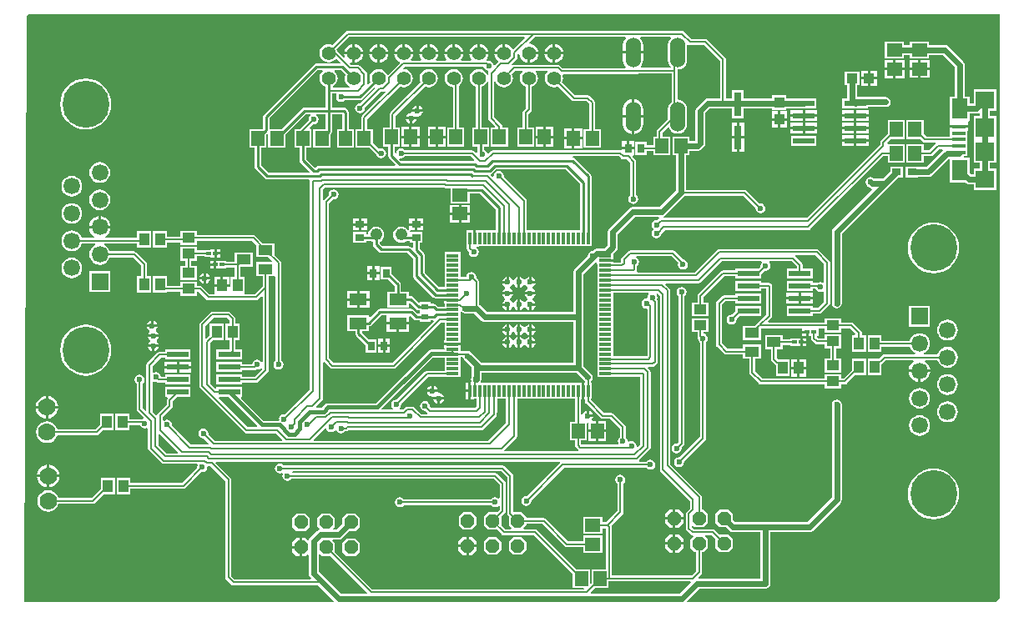
<source format=gtl>
G04*
G04 #@! TF.GenerationSoftware,Altium Limited,Altium Designer,18.0.7 (293)*
G04*
G04 Layer_Physical_Order=1*
G04 Layer_Color=255*
%FSLAX25Y25*%
%MOIN*%
G70*
G01*
G75*
%ADD10C,0.00787*%
%ADD16C,0.01000*%
%ADD19R,0.05200X0.06000*%
%ADD20R,0.06000X0.05200*%
%ADD21R,0.05600X0.04000*%
%ADD22R,0.03937X0.05118*%
%ADD23R,0.05118X0.03937*%
%ADD24R,0.01968X0.01181*%
%ADD25R,0.02800X0.03600*%
%ADD26R,0.03600X0.02800*%
%ADD27R,0.04700X0.01200*%
%ADD28R,0.01200X0.04700*%
%ADD29R,0.07100X0.04800*%
%ADD30R,0.04400X0.04000*%
%ADD31R,0.04000X0.04400*%
%ADD32R,0.03400X0.02800*%
%ADD33R,0.02800X0.02400*%
%ADD34R,0.08700X0.02400*%
%ADD35R,0.07500X0.07500*%
%ADD36R,0.07500X0.07100*%
%ADD37R,0.06300X0.08300*%
%ADD38R,0.05400X0.01600*%
%ADD39R,0.03000X0.09700*%
%ADD64C,0.05600*%
%ADD70C,0.01575*%
%ADD71C,0.02362*%
%ADD72C,0.06653*%
%ADD73R,0.06653X0.06653*%
%ADD74C,0.18740*%
%ADD75C,0.04800*%
%ADD76O,0.06000X0.12000*%
%ADD77C,0.07000*%
%ADD78P,0.05845X8X202.5*%
%ADD79C,0.02362*%
G36*
X199894Y225528D02*
X195420Y221054D01*
X194929Y221151D01*
X194819Y221416D01*
X194210Y222210D01*
X193416Y222819D01*
X192492Y223202D01*
X192000Y223267D01*
Y219500D01*
X191500D01*
Y219000D01*
X187733D01*
X187798Y218508D01*
X188181Y217584D01*
X188790Y216790D01*
X189135Y216525D01*
X189167Y215870D01*
X187980Y214683D01*
X187438Y214848D01*
X187354Y215268D01*
X186919Y215919D01*
X186268Y216354D01*
X185500Y216507D01*
X185206Y216449D01*
X184961Y216613D01*
X184738Y216657D01*
X184519Y217149D01*
X184521Y217195D01*
X184819Y217584D01*
X185202Y218508D01*
X185267Y219000D01*
X177733D01*
X177798Y218508D01*
X178181Y217584D01*
X178620Y217010D01*
X178374Y216511D01*
X174626D01*
X174380Y217010D01*
X174819Y217584D01*
X175202Y218508D01*
X175267Y219000D01*
X167733D01*
X167798Y218508D01*
X168181Y217584D01*
X168620Y217010D01*
X168374Y216511D01*
X164626D01*
X164380Y217010D01*
X164819Y217584D01*
X165202Y218508D01*
X165267Y219000D01*
X157733D01*
X157798Y218508D01*
X158181Y217584D01*
X158620Y217010D01*
X158374Y216511D01*
X154626D01*
X154380Y217010D01*
X154819Y217584D01*
X155202Y218508D01*
X155267Y219000D01*
X147733D01*
X147798Y218508D01*
X148181Y217584D01*
X148790Y216790D01*
X149584Y216181D01*
X149849Y216071D01*
X149947Y215580D01*
X145257Y210891D01*
X144766Y210988D01*
X144634Y211309D01*
X144059Y212059D01*
X143309Y212634D01*
X142437Y212995D01*
X141500Y213118D01*
X140563Y212995D01*
X139691Y212634D01*
X138941Y212059D01*
X138366Y211309D01*
X138005Y210437D01*
X137882Y209500D01*
X138005Y208563D01*
X138211Y208067D01*
X137398Y207254D01*
X136898Y207461D01*
Y211237D01*
X136898Y211237D01*
X136806Y211698D01*
X136545Y212089D01*
X136545Y212089D01*
X134089Y214545D01*
X133698Y214806D01*
X133237Y214898D01*
X133237Y214898D01*
X130483D01*
X129853Y215528D01*
X130137Y215952D01*
X130508Y215798D01*
X131000Y215733D01*
Y219000D01*
X127733D01*
X127798Y218508D01*
X127952Y218137D01*
X127528Y217853D01*
X125030Y220352D01*
X125004Y220369D01*
X124995Y220437D01*
X124744Y221041D01*
X129692Y225990D01*
X199702D01*
X199894Y225528D01*
D02*
G37*
G36*
X258164Y225675D02*
X258190Y225489D01*
X257592Y224710D01*
X257210Y223789D01*
X257080Y222800D01*
Y216800D01*
X257210Y215811D01*
X257592Y214890D01*
X258118Y214204D01*
X258004Y213847D01*
X257893Y213704D01*
X246397D01*
X246150Y214204D01*
X246594Y214783D01*
X246997Y215756D01*
X247134Y216800D01*
Y219300D01*
X243100D01*
X239066D01*
Y216800D01*
X239203Y215756D01*
X239606Y214783D01*
X240122Y214110D01*
X239906Y213611D01*
X215023D01*
X214089Y214545D01*
X213698Y214806D01*
X213237Y214898D01*
X213237Y214898D01*
X195694D01*
X195694Y214898D01*
X195233Y214806D01*
X194975Y214634D01*
X194656Y215022D01*
X196545Y216911D01*
X196545Y216911D01*
X196806Y217302D01*
X196898Y217763D01*
X196898Y217763D01*
Y219032D01*
X197251Y219321D01*
X197713Y219153D01*
X197798Y218508D01*
X198181Y217584D01*
X198790Y216790D01*
X199584Y216181D01*
X200508Y215798D01*
X201000Y215733D01*
Y219500D01*
X201500D01*
Y220000D01*
X205267D01*
X205202Y220492D01*
X204819Y221416D01*
X204210Y222210D01*
X203416Y222819D01*
X202492Y223202D01*
X201776Y223296D01*
X201597Y223824D01*
X203762Y225990D01*
X239906D01*
X240122Y225489D01*
X239606Y224817D01*
X239203Y223844D01*
X239066Y222800D01*
Y220300D01*
X243100D01*
X247134D01*
Y222800D01*
X246997Y223844D01*
X246594Y224817D01*
X246078Y225489D01*
X246294Y225990D01*
X258057D01*
X258164Y225675D01*
D02*
G37*
G36*
X183237Y214102D02*
X183623Y213844D01*
X183646Y213732D01*
X184081Y213081D01*
X184732Y212646D01*
X185184Y212556D01*
X185417Y212005D01*
X185387Y211961D01*
X185296Y211500D01*
X185296Y211500D01*
Y211017D01*
X184796Y210918D01*
X184634Y211309D01*
X184059Y212059D01*
X183309Y212634D01*
X182437Y212995D01*
X181500Y213118D01*
X180563Y212995D01*
X179691Y212634D01*
X178941Y212059D01*
X178366Y211309D01*
X178005Y210437D01*
X177882Y209500D01*
X178005Y208563D01*
X178366Y207691D01*
X178941Y206941D01*
X179691Y206366D01*
X180296Y206116D01*
Y189787D01*
X178813D01*
Y182213D01*
X180887D01*
Y179882D01*
X180693Y179742D01*
X180406Y179655D01*
X179710Y180351D01*
X179320Y180613D01*
X178859Y180704D01*
X178859Y180704D01*
X152063D01*
X151919Y180919D01*
X151268Y181354D01*
X150500Y181507D01*
X149732Y181354D01*
X149081Y180919D01*
X148646Y180268D01*
X148513Y179599D01*
X148013Y179648D01*
Y182213D01*
X150087D01*
Y189787D01*
X148204D01*
Y194501D01*
X159959Y206256D01*
X160564Y206005D01*
X161500Y205882D01*
X162436Y206005D01*
X163309Y206366D01*
X164059Y206941D01*
X164634Y207691D01*
X164995Y208563D01*
X165118Y209500D01*
X164995Y210437D01*
X164634Y211309D01*
X164059Y212059D01*
X163309Y212634D01*
X162436Y212995D01*
X161500Y213118D01*
X160564Y212995D01*
X159691Y212634D01*
X158941Y212059D01*
X158366Y211309D01*
X158005Y210437D01*
X157882Y209500D01*
X158005Y208563D01*
X158256Y207959D01*
X146149Y195852D01*
X145887Y195461D01*
X145796Y195000D01*
X145796Y195000D01*
Y189787D01*
X143313D01*
Y182213D01*
X145387D01*
Y178300D01*
X145487Y177798D01*
X145772Y177372D01*
X148182Y174962D01*
X147990Y174500D01*
X117653D01*
X117151Y174400D01*
X116725Y174116D01*
X116454Y173844D01*
X116012D01*
X112573Y177284D01*
Y181713D01*
X114647D01*
Y189287D01*
X114144D01*
X113952Y189749D01*
X115246Y191043D01*
X115500Y190993D01*
X116268Y191146D01*
X116919Y191581D01*
X117354Y192232D01*
X117507Y193000D01*
X117354Y193768D01*
X116919Y194419D01*
X116518Y194687D01*
X116670Y195187D01*
X120187D01*
Y189287D01*
X115413D01*
Y181713D01*
X122187D01*
Y187031D01*
X122428Y187272D01*
X122713Y187698D01*
X122813Y188200D01*
Y195187D01*
X126887D01*
Y189287D01*
X124813D01*
Y181713D01*
X131587D01*
Y189287D01*
X129513D01*
Y195800D01*
X129413Y196302D01*
X129128Y196728D01*
X128428Y197428D01*
X128002Y197713D01*
X127500Y197813D01*
X122813D01*
Y203371D01*
X124518D01*
X124754Y202930D01*
X124646Y202768D01*
X124493Y202000D01*
X124646Y201232D01*
X125081Y200581D01*
X125732Y200146D01*
X126500Y199993D01*
X127268Y200146D01*
X127919Y200581D01*
X127990Y200687D01*
X134000D01*
X134502Y200787D01*
X134928Y201072D01*
X139768Y205912D01*
X139947Y205857D01*
X140089Y205292D01*
X134254Y199457D01*
X134000Y199507D01*
X133232Y199354D01*
X132581Y198919D01*
X132146Y198268D01*
X131993Y197500D01*
X132146Y196732D01*
X132581Y196081D01*
X133232Y195646D01*
X134000Y195493D01*
X134768Y195646D01*
X135419Y196081D01*
X135854Y196732D01*
X136007Y197500D01*
X135957Y197754D01*
X142305Y204102D01*
X143237D01*
X143237Y204102D01*
X143698Y204194D01*
X143956Y204366D01*
X144275Y203978D01*
X134889Y194592D01*
X134628Y194201D01*
X134536Y193740D01*
X134536Y193740D01*
Y189287D01*
X132353D01*
Y181713D01*
X137824D01*
X140606Y178931D01*
X140646Y178732D01*
X141081Y178081D01*
X141732Y177646D01*
X142500Y177493D01*
X143268Y177646D01*
X143919Y178081D01*
X144354Y178732D01*
X144507Y179500D01*
X144354Y180268D01*
X143919Y180919D01*
X143268Y181354D01*
X142500Y181507D01*
X141732Y181354D01*
X141646Y181297D01*
X139128Y183816D01*
Y189287D01*
X136944D01*
Y193241D01*
X149959Y206256D01*
X150564Y206005D01*
X151500Y205882D01*
X152436Y206005D01*
X153309Y206366D01*
X154059Y206941D01*
X154634Y207691D01*
X154995Y208563D01*
X155118Y209500D01*
X154995Y210437D01*
X154634Y211309D01*
X154059Y212059D01*
X153309Y212634D01*
X152436Y212995D01*
X151586Y213107D01*
X151321Y213549D01*
X151874Y214102D01*
X183237D01*
X183237Y214102D01*
D02*
G37*
G36*
X128211Y210933D02*
X128005Y210437D01*
X127882Y209500D01*
X128005Y208563D01*
X128366Y207691D01*
X128941Y206941D01*
X129691Y206366D01*
X129902Y206279D01*
X129802Y205779D01*
X123198D01*
X123098Y206279D01*
X123309Y206366D01*
X124059Y206941D01*
X124634Y207691D01*
X124995Y208563D01*
X125118Y209500D01*
X124995Y210437D01*
X124634Y211309D01*
X124059Y212059D01*
X123891Y212187D01*
X124060Y212687D01*
X126456D01*
X128211Y210933D01*
D02*
G37*
G36*
X389500Y1500D02*
X388000Y0D01*
X264687D01*
X264480Y500D01*
X269473Y5493D01*
X296000D01*
X296768Y5646D01*
X297419Y6081D01*
X297854Y6732D01*
X298007Y7500D01*
Y27993D01*
X313500D01*
X314268Y28146D01*
X314919Y28581D01*
X325919Y39581D01*
X326354Y40232D01*
X326507Y41000D01*
Y79000D01*
X326354Y79768D01*
X325919Y80419D01*
X325268Y80854D01*
X324500Y81007D01*
X323732Y80854D01*
X323081Y80419D01*
X322646Y79768D01*
X322493Y79000D01*
Y41831D01*
X312669Y32007D01*
X283831D01*
X282987Y32851D01*
Y35244D01*
X281244Y36987D01*
X277756D01*
X276013Y35244D01*
Y31756D01*
X277756Y30013D01*
X280149D01*
X281581Y28581D01*
X282232Y28146D01*
X283000Y27993D01*
X293993D01*
Y9507D01*
X269363D01*
X269172Y9969D01*
X270352Y11148D01*
X270352Y11148D01*
X270613Y11539D01*
X270704Y12000D01*
Y20013D01*
X271244D01*
X272987Y21756D01*
Y25244D01*
X271897Y26334D01*
X272089Y26796D01*
X274501D01*
X276033Y25264D01*
X276013Y25244D01*
Y21756D01*
X277756Y20013D01*
X281244D01*
X282987Y21756D01*
Y25244D01*
X281244Y26987D01*
X277756D01*
X277736Y26967D01*
X275851Y28852D01*
X275461Y29113D01*
X275000Y29204D01*
X275000Y29204D01*
X267499D01*
X266660Y30043D01*
X266699Y30392D01*
X267188Y30581D01*
X267756Y30013D01*
X271244D01*
X272987Y31756D01*
Y35244D01*
X271244Y36987D01*
X270704D01*
Y42000D01*
X270613Y42461D01*
X270352Y42851D01*
X257992Y55211D01*
Y124713D01*
X257900Y125173D01*
X257639Y125564D01*
X257639Y125564D01*
X256090Y127113D01*
X256281Y127575D01*
X269280D01*
X269280Y127575D01*
X269740Y127667D01*
X270131Y127928D01*
X278499Y136296D01*
X294313D01*
X294498Y135796D01*
X294146Y135268D01*
X293993Y134500D01*
X294043Y134246D01*
X293284Y133487D01*
X284063D01*
Y132704D01*
X279000D01*
X278539Y132613D01*
X278149Y132352D01*
X278149Y132352D01*
X269148Y123352D01*
X268887Y122961D01*
X268796Y122500D01*
X268796Y122500D01*
Y119905D01*
X266653D01*
Y114394D01*
X273346D01*
Y119905D01*
X271204D01*
Y122001D01*
X279499Y130296D01*
X284063D01*
Y129513D01*
X294337D01*
Y131134D01*
X295746Y132543D01*
X296000Y132493D01*
X296768Y132646D01*
X297419Y133081D01*
X297854Y133732D01*
X298007Y134500D01*
X297854Y135268D01*
X297502Y135796D01*
X297687Y136296D01*
X306501D01*
X308532Y134265D01*
Y133487D01*
X304599D01*
Y129513D01*
X314874D01*
Y133487D01*
X310941D01*
Y134764D01*
X310941Y134764D01*
X310849Y135225D01*
X310588Y135615D01*
X307907Y138296D01*
X307944Y138525D01*
X308087Y138796D01*
X316001D01*
X319371Y135426D01*
Y127982D01*
X318930Y127746D01*
X318768Y127854D01*
X318000Y128007D01*
X317232Y127854D01*
X316891Y127627D01*
X316500Y127704D01*
X316500Y127704D01*
X314874D01*
Y128487D01*
X304599D01*
Y124513D01*
X314874D01*
Y125296D01*
X316001D01*
X316148Y125148D01*
X316148Y125148D01*
X316244Y125084D01*
X316581Y124581D01*
X317232Y124146D01*
X318000Y123993D01*
X318768Y124146D01*
X318930Y124254D01*
X319371Y124018D01*
Y120074D01*
X317001Y117704D01*
X314874D01*
Y118487D01*
X304599D01*
Y114513D01*
X314874D01*
Y115296D01*
X317500D01*
X317500Y115296D01*
X317961Y115387D01*
X318352Y115648D01*
X321426Y118723D01*
X321426Y118723D01*
X321687Y119114D01*
X321779Y119575D01*
Y135925D01*
X321779Y135925D01*
X321687Y136386D01*
X321426Y136777D01*
X321426Y136777D01*
X317352Y140851D01*
X316961Y141113D01*
X316500Y141204D01*
X316500Y141204D01*
X277500D01*
X277039Y141113D01*
X276648Y140851D01*
X267749Y131952D01*
X244822D01*
X244554Y132452D01*
X244613Y132539D01*
X244704Y133000D01*
Y134437D01*
X244919Y134581D01*
X245354Y135232D01*
X245507Y136000D01*
X245354Y136768D01*
X244919Y137419D01*
X244356Y137796D01*
X244406Y138211D01*
X244439Y138296D01*
X258501D01*
X261126Y135671D01*
X260993Y135000D01*
X261146Y134232D01*
X261581Y133581D01*
X262232Y133146D01*
X263000Y132993D01*
X263768Y133146D01*
X264419Y133581D01*
X264854Y134232D01*
X265007Y135000D01*
X264854Y135768D01*
X264419Y136419D01*
X263768Y136854D01*
X263245Y136958D01*
X259852Y140351D01*
X259461Y140613D01*
X259000Y140704D01*
X259000Y140704D01*
X242000D01*
X241539Y140613D01*
X241148Y140351D01*
X241148Y140351D01*
X238649Y137852D01*
X238387Y137461D01*
X238296Y137000D01*
X238296Y137000D01*
Y135999D01*
X238186Y135889D01*
X235362D01*
Y136153D01*
X232012D01*
Y137153D01*
X235362D01*
Y138253D01*
X235149D01*
Y139311D01*
X236419Y140581D01*
X236854Y141232D01*
X237007Y142000D01*
Y147169D01*
X243831Y153993D01*
X253346D01*
X253498Y153493D01*
X253286Y153351D01*
X252754Y152819D01*
X252500Y152869D01*
X251732Y152717D01*
X251081Y152281D01*
X250646Y151630D01*
X250493Y150862D01*
X250646Y150094D01*
X251081Y149443D01*
X251099Y149431D01*
Y148931D01*
X251081Y148919D01*
X250646Y148268D01*
X250493Y147500D01*
X250646Y146732D01*
X251081Y146081D01*
X251732Y145646D01*
X252500Y145493D01*
X253268Y145646D01*
X253919Y146081D01*
X254354Y146732D01*
X254507Y147500D01*
X254503Y147521D01*
X255803Y148821D01*
X313053D01*
X313053Y148821D01*
X313514Y148913D01*
X313904Y149174D01*
X343027Y178296D01*
X344813D01*
Y175713D01*
X351587D01*
Y183287D01*
X344898D01*
X344604Y183701D01*
X346116Y185213D01*
X351587D01*
Y192787D01*
X344813D01*
Y187316D01*
X342148Y184652D01*
X341887Y184261D01*
X341796Y183800D01*
X341796Y183800D01*
Y182999D01*
X312501Y153704D01*
X255439D01*
X255406Y153789D01*
X255356Y154204D01*
X255919Y154581D01*
X263659Y162321D01*
X263803Y162536D01*
X287261D01*
X292043Y157754D01*
X291993Y157500D01*
X292146Y156732D01*
X292581Y156081D01*
X293232Y155646D01*
X294000Y155493D01*
X294768Y155646D01*
X295419Y156081D01*
X295854Y156732D01*
X296007Y157500D01*
X295854Y158268D01*
X295419Y158919D01*
X294768Y159354D01*
X294000Y159507D01*
X293746Y159457D01*
X288611Y164592D01*
X288221Y164853D01*
X287760Y164944D01*
X287760Y164944D01*
X264247D01*
Y178713D01*
X265628D01*
Y180493D01*
X269000D01*
X269768Y180646D01*
X270419Y181081D01*
X271419Y182081D01*
X271854Y182732D01*
X272007Y183500D01*
Y195669D01*
X273831Y197493D01*
X282713D01*
Y193463D01*
X287287D01*
Y197493D01*
X298713D01*
Y196859D01*
X304287D01*
Y197493D01*
X311264D01*
X311363Y197513D01*
X316401D01*
Y201487D01*
X311363D01*
X311264Y201507D01*
X304287D01*
Y202834D01*
X298713D01*
Y201507D01*
X287287D01*
Y204737D01*
X282713D01*
Y201507D01*
X280204D01*
Y217000D01*
X280113Y217461D01*
X279852Y217851D01*
X279852Y217851D01*
X272851Y224851D01*
X272461Y225113D01*
X272000Y225204D01*
X272000Y225204D01*
X266412D01*
X263572Y228045D01*
X263181Y228306D01*
X262720Y228398D01*
X262720Y228398D01*
X129194D01*
X128733Y228306D01*
X128342Y228045D01*
X128342Y228045D01*
X123041Y222744D01*
X122436Y222995D01*
X121500Y223118D01*
X120563Y222995D01*
X119691Y222634D01*
X118941Y222059D01*
X118366Y221309D01*
X118005Y220437D01*
X117882Y219500D01*
X118005Y218564D01*
X118366Y217691D01*
X118941Y216941D01*
X119691Y216366D01*
X120563Y216005D01*
X121500Y215882D01*
X122436Y216005D01*
X123309Y216366D01*
X124059Y216941D01*
X124251Y217192D01*
X124750Y217225D01*
X126200Y215775D01*
X126009Y215313D01*
X116500D01*
X115998Y215213D01*
X115572Y214928D01*
X95772Y195128D01*
X95487Y194702D01*
X95387Y194200D01*
Y189484D01*
X95191Y189287D01*
X89872D01*
Y181713D01*
X91947D01*
Y174240D01*
X92047Y173738D01*
X92332Y173312D01*
X96072Y169572D01*
X96498Y169287D01*
X97000Y169187D01*
X113519D01*
X113918Y168687D01*
X113902Y168606D01*
Y85105D01*
X104004Y75207D01*
X103750Y75257D01*
X102982Y75104D01*
X102331Y74669D01*
X101896Y74018D01*
X101743Y73250D01*
X101772Y73106D01*
X101361Y72606D01*
X95465D01*
X86520Y81551D01*
X86711Y82013D01*
X86937D01*
Y85987D01*
X76663D01*
Y85748D01*
X76163Y85540D01*
X74204Y87499D01*
Y103501D01*
X75415Y104712D01*
X79606D01*
Y111405D01*
X74094D01*
Y106798D01*
X72666Y105369D01*
X72204Y105561D01*
Y110501D01*
X75499Y113796D01*
X81001D01*
X81945Y112852D01*
Y111405D01*
X80394D01*
Y104712D01*
X81945D01*
Y100987D01*
X76663D01*
Y97013D01*
X86937D01*
Y100987D01*
X84354D01*
Y104712D01*
X85905D01*
Y111405D01*
X84354D01*
Y113350D01*
X84354Y113350D01*
X84262Y113811D01*
X84001Y114202D01*
X84001Y114202D01*
X82351Y115851D01*
X81961Y116113D01*
X81500Y116204D01*
X81500Y116204D01*
X75000D01*
X74539Y116113D01*
X74148Y115851D01*
X74148Y115851D01*
X70148Y111852D01*
X69887Y111461D01*
X69796Y111000D01*
X69796Y111000D01*
Y86472D01*
X69796Y86472D01*
X69887Y86011D01*
X70148Y85621D01*
X87802Y67967D01*
X87802Y67967D01*
X88192Y67706D01*
X88653Y67615D01*
X100400D01*
X103035Y64979D01*
X102844Y64517D01*
X76186D01*
X73457Y67246D01*
X73507Y67500D01*
X73354Y68268D01*
X72919Y68919D01*
X72268Y69354D01*
X71500Y69507D01*
X70732Y69354D01*
X70081Y68919D01*
X69646Y68268D01*
X69493Y67500D01*
X69646Y66732D01*
X70081Y66081D01*
X70732Y65646D01*
X71500Y65493D01*
X71754Y65543D01*
X73694Y63603D01*
X73502Y63141D01*
X66562D01*
X58957Y70746D01*
X59007Y71000D01*
X58854Y71768D01*
X58419Y72419D01*
X57768Y72854D01*
X57000Y73007D01*
X56232Y72854D01*
X55854Y72602D01*
X55354Y72869D01*
Y74151D01*
X58851Y77649D01*
X58851Y77649D01*
X59113Y78039D01*
X59204Y78500D01*
X59204Y78500D01*
Y80237D01*
X60979Y82013D01*
X66401D01*
Y85987D01*
X56126D01*
Y82013D01*
X56953D01*
X57098Y81513D01*
X56887Y81197D01*
X56796Y80736D01*
X56796Y80736D01*
Y78999D01*
X53298Y75501D01*
X53037Y75110D01*
X53026Y75054D01*
X52483Y74889D01*
X51129Y76243D01*
Y88018D01*
X51570Y88254D01*
X51732Y88146D01*
X52500Y87993D01*
X52794Y88051D01*
X53039Y87887D01*
X53500Y87796D01*
X56126D01*
Y87013D01*
X66401D01*
Y90987D01*
X56126D01*
Y90204D01*
X54466D01*
X54354Y90768D01*
X53919Y91419D01*
X53268Y91854D01*
X52500Y92007D01*
X51732Y91854D01*
X51570Y91746D01*
X51129Y91982D01*
Y94426D01*
X54499Y97796D01*
X56126D01*
Y97013D01*
X66401D01*
Y100987D01*
X56126D01*
Y100204D01*
X54000D01*
X54000Y100204D01*
X53539Y100113D01*
X53149Y99852D01*
X53149Y99852D01*
X49074Y95777D01*
X48813Y95386D01*
X48721Y94925D01*
X48721Y94925D01*
Y76777D01*
X48259Y76585D01*
X47204Y77640D01*
Y87437D01*
X47419Y87581D01*
X47854Y88232D01*
X48007Y89000D01*
X47854Y89768D01*
X47419Y90419D01*
X46768Y90854D01*
X46000Y91007D01*
X45232Y90854D01*
X44581Y90419D01*
X44146Y89768D01*
X43993Y89000D01*
X44146Y88232D01*
X44581Y87581D01*
X44796Y87437D01*
Y77141D01*
X44796Y77141D01*
X44887Y76680D01*
X45149Y76290D01*
X47568Y73871D01*
X47422Y73392D01*
X47232Y73354D01*
X47007Y73204D01*
X41906D01*
Y75346D01*
X36394D01*
Y68654D01*
X41906D01*
Y70796D01*
X46133D01*
X46146Y70732D01*
X46581Y70081D01*
X47232Y69646D01*
X48000Y69493D01*
X48768Y69646D01*
X48930Y69754D01*
X49371Y69518D01*
Y61614D01*
X49371Y61614D01*
X49462Y61153D01*
X49723Y60762D01*
X54762Y55723D01*
X54762Y55723D01*
X55153Y55462D01*
X55613Y55371D01*
X69018D01*
X69254Y54930D01*
X69146Y54768D01*
X68993Y54000D01*
X69043Y53746D01*
X63001Y47704D01*
X42406D01*
Y49846D01*
X36894D01*
Y43154D01*
X42406D01*
Y45296D01*
X63500D01*
X63500Y45296D01*
X63961Y45387D01*
X64351Y45649D01*
X70746Y52043D01*
X71000Y51993D01*
X71768Y52146D01*
X72419Y52581D01*
X72854Y53232D01*
X73007Y54000D01*
X73423Y54471D01*
X74326D01*
X80296Y48501D01*
Y10000D01*
X80296Y10000D01*
X80387Y9539D01*
X80648Y9149D01*
X82648Y7148D01*
X82648Y7148D01*
X83039Y6887D01*
X83500Y6796D01*
X83500Y6796D01*
X117366D01*
X123662Y500D01*
X123454Y0D01*
X354D01*
X1Y354D01*
X1000Y234500D01*
X1500Y235000D01*
X389500D01*
Y1500D01*
D02*
G37*
G36*
X119109Y212187D02*
X118941Y212059D01*
X118366Y211309D01*
X118005Y210437D01*
X117882Y209500D01*
X118005Y208563D01*
X118366Y207691D01*
X118941Y206941D01*
X119691Y206366D01*
X120187Y206161D01*
Y197813D01*
X111800D01*
X111298Y197713D01*
X110872Y197428D01*
X102731Y189287D01*
X98013D01*
Y193656D01*
X117044Y212687D01*
X118940D01*
X119109Y212187D01*
D02*
G37*
G36*
X265453Y222887D02*
X265914Y222796D01*
X271501D01*
X277796Y216501D01*
Y201507D01*
X273000D01*
X272232Y201354D01*
X271581Y200919D01*
X268581Y197919D01*
X268146Y197268D01*
X267993Y196500D01*
Y184507D01*
X265628D01*
Y186287D01*
X258853D01*
Y178713D01*
X260233D01*
Y164571D01*
X253669Y158007D01*
X243000D01*
X242232Y157854D01*
X241581Y157419D01*
X233581Y149419D01*
X233146Y148768D01*
X232993Y148000D01*
Y142831D01*
X231603Y141442D01*
X228758D01*
X227990Y141289D01*
X227339Y140854D01*
X226991Y140505D01*
X226232Y140354D01*
X225581Y139919D01*
X225146Y139268D01*
X224995Y138510D01*
X219904Y133419D01*
X219469Y132768D01*
X219317Y132000D01*
Y116007D01*
X184831D01*
X181919Y118919D01*
X181704Y119063D01*
Y128000D01*
X181704Y128000D01*
X181613Y128461D01*
X181351Y128851D01*
X181351Y128851D01*
X180457Y129746D01*
X180507Y130000D01*
X180354Y130768D01*
X179919Y131419D01*
X179268Y131854D01*
X178500Y132007D01*
X177732Y131854D01*
X177081Y131419D01*
X176646Y130768D01*
X176493Y130000D01*
X176480Y129984D01*
X174126D01*
Y135266D01*
Y140009D01*
X167851D01*
Y137235D01*
Y133298D01*
Y129361D01*
Y126155D01*
X165530D01*
X159813Y131872D01*
Y138828D01*
X159713Y139331D01*
X159428Y139757D01*
X157814Y141371D01*
Y143713D01*
X159088D01*
Y148087D01*
X153941D01*
X153903Y148130D01*
X153895Y148159D01*
X153914Y148245D01*
X154285Y148659D01*
X156001D01*
Y150559D01*
X153701D01*
Y149117D01*
X153701Y148844D01*
X153679Y148831D01*
X153201Y148716D01*
X152773Y149273D01*
X152107Y149784D01*
X151332Y150105D01*
X150500Y150215D01*
X149668Y150105D01*
X148893Y149784D01*
X148227Y149273D01*
X147716Y148607D01*
X147395Y147832D01*
X147285Y147000D01*
X147395Y146168D01*
X147716Y145393D01*
X148227Y144727D01*
X148893Y144216D01*
X149668Y143895D01*
X150500Y143785D01*
X151332Y143895D01*
X152107Y144216D01*
X152592Y144587D01*
X153914D01*
Y143713D01*
X155188D01*
Y141821D01*
X154726Y141630D01*
X154428Y141928D01*
X154002Y142213D01*
X153500Y142313D01*
X143044D01*
X141813Y143544D01*
Y144094D01*
X142107Y144216D01*
X142773Y144727D01*
X143284Y145393D01*
X143605Y146168D01*
X143715Y147000D01*
X143605Y147832D01*
X143284Y148607D01*
X142773Y149273D01*
X142107Y149784D01*
X141332Y150105D01*
X140500Y150215D01*
X139668Y150105D01*
X138893Y149784D01*
X138227Y149273D01*
X137716Y148607D01*
X137395Y147832D01*
X137313Y147213D01*
X136587D01*
Y148087D01*
X131413D01*
Y143713D01*
X136587D01*
Y144587D01*
X138408D01*
X138893Y144216D01*
X139187Y144094D01*
Y143000D01*
X139287Y142498D01*
X139572Y142072D01*
X141572Y140072D01*
X141998Y139787D01*
X142500Y139687D01*
X152956D01*
X155187Y137456D01*
Y130500D01*
X155287Y129998D01*
X155572Y129572D01*
X163198Y121946D01*
X163624Y121661D01*
X164126Y121561D01*
X167638D01*
Y121405D01*
X170988D01*
Y120405D01*
X167638D01*
Y119306D01*
X167851D01*
Y118281D01*
X165075D01*
X164428Y118928D01*
X164002Y119213D01*
X163500Y119313D01*
X162187D01*
Y119987D01*
X157813D01*
Y119987D01*
X157499Y119857D01*
X155328Y122028D01*
X154902Y122313D01*
X154400Y122413D01*
X153449D01*
Y124287D01*
X150425D01*
Y127050D01*
X150325Y127552D01*
X150040Y127978D01*
X146747Y131272D01*
Y134190D01*
X142372D01*
Y129016D01*
X145290D01*
X147799Y126506D01*
Y124287D01*
X144775D01*
Y117913D01*
X153449D01*
Y119563D01*
X153949Y119694D01*
X156572Y117072D01*
X156998Y116787D01*
X157500Y116687D01*
X157813D01*
Y115344D01*
X157012D01*
X155428Y116928D01*
X155002Y117213D01*
X154500Y117313D01*
X142000D01*
X141498Y117213D01*
X141072Y116928D01*
X138211Y114068D01*
X137749Y114259D01*
Y114787D01*
X129075D01*
Y108413D01*
X132099D01*
Y107529D01*
X132199Y107027D01*
X132484Y106601D01*
X136253Y102831D01*
Y99913D01*
X140628D01*
Y105087D01*
X137710D01*
X134885Y107913D01*
X135092Y108413D01*
X137749D01*
Y110317D01*
X138102Y110387D01*
X138528Y110672D01*
X142544Y114687D01*
X144562D01*
Y112100D01*
X149112D01*
X153662D01*
Y114275D01*
X154162Y114482D01*
X155540Y113103D01*
X155966Y112819D01*
X156468Y112719D01*
X157813D01*
Y112044D01*
X162187D01*
Y112719D01*
X163309D01*
X163516Y112219D01*
X147001Y95704D01*
X123499D01*
X121704Y97499D01*
Y159501D01*
X123246Y161043D01*
X123500Y160993D01*
X124268Y161146D01*
X124919Y161581D01*
X125354Y162232D01*
X125507Y163000D01*
X125354Y163768D01*
X124919Y164419D01*
X124268Y164854D01*
X123500Y165007D01*
X122732Y164854D01*
X122081Y164419D01*
X121646Y163768D01*
X121493Y163000D01*
X121543Y162746D01*
X119704Y160907D01*
X119475Y160943D01*
X119204Y161087D01*
Y165001D01*
X119999Y165796D01*
X167715D01*
X167849Y165706D01*
X168310Y165615D01*
X170213D01*
Y159443D01*
X177787D01*
Y163613D01*
X182031D01*
X188376Y157267D01*
Y148649D01*
X181447D01*
Y148862D01*
X180347D01*
Y145512D01*
X179347D01*
Y148862D01*
X178246D01*
Y148649D01*
X176491D01*
Y142374D01*
X176674D01*
Y141622D01*
X176674Y141622D01*
X176765Y141161D01*
X177026Y140770D01*
X177543Y140254D01*
X177493Y140000D01*
X177646Y139232D01*
X178081Y138581D01*
X178732Y138146D01*
X179500Y137993D01*
X180268Y138146D01*
X180919Y138581D01*
X181354Y139232D01*
X181507Y140000D01*
X181354Y140768D01*
X180919Y141419D01*
X180556Y141662D01*
X180708Y142162D01*
X181447D01*
Y142374D01*
X226509D01*
Y148649D01*
X226435D01*
Y170378D01*
X226335Y170880D01*
X226050Y171306D01*
X219928Y177428D01*
X219502Y177713D01*
X219085Y177796D01*
X219134Y178296D01*
X237430D01*
X238271Y177455D01*
X238271Y177455D01*
X238662Y177194D01*
X239123Y177102D01*
X239123Y177102D01*
X240695D01*
X242012Y175785D01*
Y162846D01*
X241797Y162703D01*
X241362Y162051D01*
X241210Y161284D01*
X241362Y160515D01*
X241797Y159864D01*
X242448Y159429D01*
X243216Y159276D01*
X243985Y159429D01*
X244636Y159864D01*
X245071Y160515D01*
X245224Y161284D01*
X245071Y162051D01*
X244636Y162703D01*
X244421Y162846D01*
Y176283D01*
X244421Y176284D01*
X244329Y176744D01*
X244068Y177135D01*
X244068Y177135D01*
X242965Y178238D01*
X243156Y178700D01*
X243500D01*
Y181000D01*
X241100D01*
X238700D01*
Y180961D01*
X238200Y180650D01*
X237929Y180704D01*
X237929Y180704D01*
X187141D01*
X186680Y180613D01*
X186290Y180351D01*
X186290Y180351D01*
X185371Y179432D01*
X184892Y179578D01*
X184854Y179768D01*
X184419Y180419D01*
X183768Y180854D01*
X183513Y180905D01*
Y182213D01*
X185587D01*
Y189787D01*
X182704D01*
Y206116D01*
X183309Y206366D01*
X184059Y206941D01*
X184634Y207691D01*
X184796Y208082D01*
X185296Y207983D01*
Y193500D01*
X185296Y193500D01*
X185387Y193039D01*
X185649Y192648D01*
X188048Y190249D01*
X187856Y189787D01*
X186353D01*
Y182213D01*
X193128D01*
Y189787D01*
X190944D01*
Y190260D01*
X190944Y190260D01*
X190853Y190721D01*
X190592Y191111D01*
X187704Y193999D01*
Y207983D01*
X188204Y208082D01*
X188366Y207691D01*
X188941Y206941D01*
X189691Y206366D01*
X190563Y206005D01*
X191500Y205882D01*
X192437Y206005D01*
X193309Y206366D01*
X194059Y206941D01*
X194634Y207691D01*
X194995Y208563D01*
X195118Y209500D01*
X194995Y210437D01*
X194745Y211041D01*
X196193Y212490D01*
X198764D01*
X198888Y211989D01*
X198366Y211309D01*
X198005Y210437D01*
X197882Y209500D01*
X198005Y208563D01*
X198366Y207691D01*
X198941Y206941D01*
X199691Y206366D01*
X200296Y206116D01*
Y197499D01*
X199348Y196552D01*
X199087Y196161D01*
X198996Y195700D01*
X198996Y195700D01*
Y189787D01*
X196813D01*
Y182213D01*
X203587D01*
Y189787D01*
X201404D01*
Y195201D01*
X202351Y196149D01*
X202351Y196149D01*
X202613Y196539D01*
X202704Y197000D01*
X202704Y197000D01*
Y206116D01*
X203309Y206366D01*
X204059Y206941D01*
X204634Y207691D01*
X204995Y208563D01*
X205118Y209500D01*
X204995Y210437D01*
X204634Y211309D01*
X204112Y211989D01*
X204236Y212490D01*
X208764D01*
X208888Y211989D01*
X208366Y211309D01*
X208005Y210437D01*
X207882Y209500D01*
X208005Y208563D01*
X208366Y207691D01*
X208941Y206941D01*
X209691Y206366D01*
X210563Y206005D01*
X211500Y205882D01*
X212437Y206005D01*
X213041Y206256D01*
X218649Y200648D01*
X219039Y200387D01*
X219500Y200296D01*
X219500Y200296D01*
X224501D01*
X225596Y199201D01*
Y189287D01*
X223413D01*
Y181713D01*
X230187D01*
Y189287D01*
X228004D01*
Y199700D01*
X227913Y200161D01*
X227652Y200552D01*
X227652Y200552D01*
X225851Y202351D01*
X225461Y202613D01*
X225000Y202704D01*
X225000Y202704D01*
X219999D01*
X214744Y207959D01*
X214995Y208563D01*
X215118Y209500D01*
X214995Y210437D01*
X214850Y210786D01*
X215128Y211202D01*
X244920D01*
X244920Y211202D01*
X245381Y211294D01*
X245384Y211296D01*
X258496D01*
Y200129D01*
X258199Y199901D01*
X257592Y199110D01*
X257210Y198189D01*
X257080Y197200D01*
Y193283D01*
X252849Y189051D01*
X252587Y188661D01*
X252496Y188200D01*
X252496Y188200D01*
Y186287D01*
X251313D01*
Y182704D01*
X248446D01*
Y184087D01*
X244072D01*
Y178913D01*
X248446D01*
Y180296D01*
X251313D01*
Y178713D01*
X258087D01*
Y186287D01*
X254904D01*
Y187701D01*
X256952Y189749D01*
X257442Y189651D01*
X257592Y189290D01*
X258199Y188499D01*
X258990Y187892D01*
X259911Y187510D01*
X260900Y187380D01*
X261889Y187510D01*
X262810Y187892D01*
X263601Y188499D01*
X264208Y189290D01*
X264590Y190211D01*
X264720Y191200D01*
Y197200D01*
X264590Y198189D01*
X264208Y199110D01*
X263601Y199901D01*
X262810Y200508D01*
X261889Y200890D01*
X260904Y201020D01*
Y212981D01*
X261889Y213110D01*
X262810Y213492D01*
X263601Y214099D01*
X264208Y214890D01*
X264590Y215811D01*
X264720Y216800D01*
Y222790D01*
X264805Y222879D01*
X265190Y223063D01*
X265453Y222887D01*
D02*
G37*
G36*
X114482Y194687D02*
X114081Y194419D01*
X113646Y193768D01*
X113493Y193000D01*
X113543Y192746D01*
X110149Y189351D01*
X110106Y189287D01*
X107872D01*
Y181713D01*
X109947D01*
Y176740D01*
X110047Y176238D01*
X110332Y175812D01*
X113869Y172275D01*
X113678Y171813D01*
X97544D01*
X94573Y174784D01*
Y181713D01*
X96647D01*
Y186985D01*
X96947Y187227D01*
X97413Y187024D01*
Y181713D01*
X104187D01*
Y187031D01*
X112344Y195187D01*
X114330D01*
X114482Y194687D01*
D02*
G37*
G36*
X179656Y177000D02*
X179448Y176500D01*
X150356D01*
X149718Y177139D01*
X149964Y177600D01*
X150500Y177493D01*
X151268Y177646D01*
X151919Y178081D01*
X152063Y178296D01*
X178360D01*
X179656Y177000D01*
D02*
G37*
G36*
X221841Y167303D02*
Y148649D01*
X200736D01*
Y157968D01*
Y160468D01*
X200644Y160929D01*
X200383Y161320D01*
X200383Y161320D01*
X191457Y170246D01*
X191507Y170500D01*
X191354Y171268D01*
X190919Y171919D01*
X190268Y172354D01*
X189500Y172507D01*
X188732Y172354D01*
X188081Y171919D01*
X187646Y171268D01*
X187493Y170500D01*
X187513Y170397D01*
X187053Y170150D01*
X186359Y170844D01*
X186505Y171405D01*
X186803Y171603D01*
X188387Y173187D01*
X215956D01*
X221841Y167303D01*
D02*
G37*
G36*
X175232Y115646D02*
X176000Y115493D01*
X179669D01*
X182581Y112581D01*
X183232Y112146D01*
X184000Y111993D01*
X219317D01*
Y95683D01*
X182655D01*
X181900Y96438D01*
X181900Y96438D01*
X178419Y99919D01*
X177768Y100354D01*
X177000Y100507D01*
X176744Y100456D01*
X174126D01*
Y101589D01*
X174338D01*
Y102689D01*
X167638D01*
Y101589D01*
X167851D01*
Y101064D01*
X162458D01*
X161844Y100942D01*
X161323Y100594D01*
X161323Y100594D01*
X140303Y79574D01*
X121215D01*
X121215Y79574D01*
X120600Y79452D01*
X120080Y79104D01*
X120080Y79104D01*
X118762Y77787D01*
X116643D01*
X116452Y78249D01*
X118851Y80648D01*
X119113Y81039D01*
X119204Y81500D01*
X119204Y81500D01*
Y95913D01*
X119475Y96056D01*
X119704Y96093D01*
X122149Y93648D01*
X122149Y93648D01*
X122539Y93387D01*
X123000Y93296D01*
X147500D01*
X147500Y93296D01*
X147961Y93387D01*
X148352Y93648D01*
X166530Y111827D01*
X167851D01*
Y109676D01*
Y104789D01*
X167638D01*
Y103689D01*
X174338D01*
Y104789D01*
X174126D01*
Y107707D01*
Y111644D01*
Y115862D01*
X174411Y115999D01*
X174626Y116051D01*
X175232Y115646D01*
D02*
G37*
G36*
X249331Y123138D02*
X248959Y122582D01*
X248819Y121877D01*
X248729Y121711D01*
X248539Y121521D01*
X248373Y121431D01*
X247668Y121291D01*
X247017Y120855D01*
X246582Y120204D01*
X246429Y119436D01*
X246582Y118668D01*
X247017Y118017D01*
X247668Y117582D01*
X248436Y117429D01*
X248796Y117134D01*
Y98499D01*
X248785Y98488D01*
X235149D01*
Y103770D01*
Y107707D01*
Y111644D01*
Y115581D01*
Y119518D01*
Y123638D01*
X249170D01*
X249331Y123138D01*
D02*
G37*
G36*
X253796Y122501D02*
Y53000D01*
X253796Y53000D01*
X253887Y52539D01*
X254149Y52148D01*
X265796Y40501D01*
Y37520D01*
X264555Y36279D01*
X264294Y35888D01*
X264202Y35427D01*
X264202Y35427D01*
Y29594D01*
X264202Y29594D01*
X264294Y29133D01*
X264555Y28742D01*
X266148Y27149D01*
X266148Y27149D01*
X266539Y26887D01*
X266881Y26819D01*
X267117Y26348D01*
X266013Y25244D01*
Y21756D01*
X267756Y20013D01*
X268296D01*
Y12499D01*
X266501Y10704D01*
X234704D01*
Y30100D01*
X234704Y30100D01*
X234613Y30561D01*
X234473Y30770D01*
X238851Y35149D01*
X239113Y35539D01*
X239204Y36000D01*
Y47437D01*
X239419Y47581D01*
X239854Y48232D01*
X240007Y49000D01*
X239854Y49768D01*
X239419Y50419D01*
X238768Y50854D01*
X238000Y51007D01*
X237232Y50854D01*
X236581Y50419D01*
X236146Y49768D01*
X235993Y49000D01*
X236146Y48232D01*
X236581Y47581D01*
X236796Y47437D01*
Y36499D01*
X232301Y32004D01*
X230787D01*
Y34187D01*
X223213D01*
Y27413D01*
X230787D01*
Y29596D01*
X232296D01*
Y13287D01*
X226581D01*
Y7831D01*
X226281Y7589D01*
X225816Y7792D01*
Y13287D01*
X220344D01*
X204780Y28852D01*
X204389Y29113D01*
X203929Y29204D01*
X203928Y29204D01*
X199589D01*
X199397Y29666D01*
X200487Y30756D01*
Y31296D01*
X207001D01*
X215889Y22408D01*
X216279Y22147D01*
X216740Y22056D01*
X216740Y22056D01*
X223213D01*
Y19872D01*
X230787D01*
Y26647D01*
X223213D01*
Y24464D01*
X217239D01*
X208351Y33351D01*
X207961Y33613D01*
X207500Y33704D01*
X207500Y33704D01*
X200487D01*
Y34244D01*
X198744Y35987D01*
X195256D01*
X195204Y36466D01*
Y50500D01*
X195113Y50961D01*
X194852Y51351D01*
X191851Y54352D01*
X191461Y54613D01*
X191000Y54704D01*
X191000Y54704D01*
X103563D01*
X103419Y54919D01*
X102768Y55354D01*
X102000Y55507D01*
X101232Y55354D01*
X100581Y54919D01*
X100146Y54268D01*
X99993Y53500D01*
X100146Y52732D01*
X100581Y52081D01*
X101232Y51646D01*
X102000Y51493D01*
X102768Y51646D01*
X102820Y51680D01*
X103180Y51320D01*
X103146Y51268D01*
X102993Y50500D01*
X103146Y49732D01*
X103581Y49081D01*
X104232Y48646D01*
X105000Y48493D01*
X105768Y48646D01*
X106419Y49081D01*
X106563Y49296D01*
X187501D01*
X189796Y47001D01*
Y41687D01*
X189296Y41502D01*
X188768Y41854D01*
X188000Y42007D01*
X187232Y41854D01*
X186581Y41419D01*
X186437Y41204D01*
X151563D01*
X151419Y41419D01*
X150768Y41854D01*
X150000Y42007D01*
X149232Y41854D01*
X148581Y41419D01*
X148146Y40768D01*
X147993Y40000D01*
X148146Y39232D01*
X148581Y38581D01*
X149232Y38146D01*
X150000Y37993D01*
X150768Y38146D01*
X151419Y38581D01*
X151563Y38796D01*
X186437D01*
X186581Y38581D01*
X187232Y38146D01*
X188000Y37993D01*
X188768Y38146D01*
X189296Y38498D01*
X189796Y38313D01*
Y36999D01*
X188764Y35967D01*
X188744Y35987D01*
X185256D01*
X183513Y34244D01*
Y30756D01*
X185256Y29013D01*
X188744D01*
X188764Y29033D01*
X190648Y27149D01*
X191039Y26887D01*
X191500Y26796D01*
X203430D01*
X219041Y11184D01*
Y5713D01*
X223264D01*
X223531Y5213D01*
X223525Y5204D01*
X138999D01*
X123967Y20236D01*
X123987Y20256D01*
Y23744D01*
X123081Y24650D01*
X123273Y25112D01*
X125619D01*
X126387Y25265D01*
X127038Y25700D01*
X129851Y28513D01*
X132244D01*
X133987Y30256D01*
Y33744D01*
X132244Y35487D01*
X128756D01*
X127013Y33744D01*
Y31351D01*
X124788Y29126D01*
X123510D01*
X123319Y29588D01*
X123987Y30256D01*
Y33744D01*
X122244Y35487D01*
X118756D01*
X117013Y33744D01*
Y30256D01*
X117785Y29484D01*
X117694Y29183D01*
X117570Y28991D01*
X117479Y28973D01*
X116827Y28538D01*
X114081Y25792D01*
X113646Y25140D01*
X113627Y25047D01*
X113149Y24901D01*
X112350Y25700D01*
X111000D01*
Y22000D01*
Y18300D01*
X112350D01*
X113031Y18981D01*
X113493Y18790D01*
Y11500D01*
X113646Y10732D01*
X114081Y10081D01*
X114495Y9666D01*
X114304Y9204D01*
X83999D01*
X82704Y10499D01*
Y49000D01*
X82704Y49000D01*
X82613Y49461D01*
X82351Y49852D01*
X76407Y55796D01*
X76598Y56258D01*
X213865D01*
X213959Y56123D01*
X214055Y55758D01*
X200754Y42457D01*
X200500Y42507D01*
X199732Y42354D01*
X199081Y41919D01*
X198646Y41268D01*
X198493Y40500D01*
X198646Y39732D01*
X199081Y39081D01*
X199732Y38646D01*
X200500Y38493D01*
X201268Y38646D01*
X201919Y39081D01*
X202354Y39732D01*
X202507Y40500D01*
X202457Y40754D01*
X215499Y53796D01*
X248437D01*
X248581Y53581D01*
X249232Y53146D01*
X250000Y52993D01*
X250768Y53146D01*
X251419Y53581D01*
X251854Y54232D01*
X252007Y55000D01*
X251854Y55768D01*
X251419Y56419D01*
X250768Y56854D01*
X250000Y57007D01*
X249232Y56854D01*
X248581Y56419D01*
X248437Y56204D01*
X245626D01*
X245531Y56340D01*
X245435Y56704D01*
X249761Y61030D01*
X249761Y61030D01*
X250022Y61421D01*
X250114Y61882D01*
X250114Y61882D01*
Y92118D01*
X250114Y92118D01*
X250022Y92579D01*
X249761Y92970D01*
X249761Y92970D01*
X249082Y93649D01*
X249273Y94111D01*
X250815D01*
X250815Y94111D01*
X251276Y94202D01*
X251666Y94463D01*
X252639Y95436D01*
X252639Y95436D01*
X252900Y95827D01*
X252992Y96287D01*
X252992Y96288D01*
Y120213D01*
X252992Y120213D01*
X252900Y120673D01*
X252660Y121033D01*
X252668Y121046D01*
X252821Y121814D01*
X252668Y122582D01*
X252530Y122789D01*
X252752Y123356D01*
X252904Y123393D01*
X253796Y122501D01*
D02*
G37*
G36*
X175146Y97732D02*
X175581Y97081D01*
X178474Y94187D01*
Y89813D01*
X178457Y89787D01*
X178304Y89019D01*
X178439Y88338D01*
X178378Y88221D01*
Y84488D01*
Y81138D01*
X179478D01*
Y81351D01*
X180611D01*
Y78314D01*
X180001Y77704D01*
X162499D01*
X161957Y78246D01*
X162007Y78500D01*
X161854Y79268D01*
X161419Y79919D01*
X160768Y80354D01*
X160000Y80507D01*
X159232Y80354D01*
X158581Y79919D01*
X158146Y79268D01*
X157993Y78500D01*
X158146Y77732D01*
X158581Y77081D01*
X159232Y76646D01*
X160000Y76493D01*
X160254Y76543D01*
X161093Y75704D01*
X161056Y75475D01*
X160913Y75204D01*
X158640D01*
X155918Y77926D01*
X155527Y78187D01*
X155067Y78279D01*
X155067Y78279D01*
X152934D01*
X152934Y78279D01*
X152473Y78187D01*
X152082Y77926D01*
X151147Y76992D01*
X149937D01*
X149786Y77492D01*
X149919Y77581D01*
X150354Y78232D01*
X150507Y79000D01*
X150457Y79254D01*
X161377Y90174D01*
X167851D01*
Y89991D01*
X174126D01*
Y93928D01*
Y98048D01*
X175083D01*
X175146Y97732D01*
D02*
G37*
G36*
X167851Y95896D02*
Y92582D01*
X160878D01*
X160417Y92491D01*
X160026Y92229D01*
X160026Y92229D01*
X148754Y80957D01*
X148500Y81007D01*
X147732Y80854D01*
X147081Y80419D01*
X146646Y79768D01*
X146493Y79000D01*
X146646Y78232D01*
X147081Y77581D01*
X147214Y77492D01*
X147063Y76992D01*
X142916D01*
X142724Y77454D01*
X163123Y97853D01*
X167851D01*
Y95896D01*
D02*
G37*
G36*
X93044Y70485D02*
X92853Y70023D01*
X89152D01*
X77625Y81551D01*
X77816Y82013D01*
X81517D01*
X93044Y70485D01*
D02*
G37*
G36*
X223581Y88581D02*
X223918Y88356D01*
Y87838D01*
X223654D01*
Y84488D01*
Y81138D01*
X223918D01*
Y80378D01*
X223918Y80378D01*
X224009Y79917D01*
X224271Y79526D01*
X230149Y73649D01*
X230149Y73649D01*
X230539Y73387D01*
X231000Y73296D01*
X231000Y73296D01*
X234001D01*
X237796Y69501D01*
Y66063D01*
X237581Y65919D01*
X237146Y65268D01*
X236993Y64500D01*
X237146Y63732D01*
X237254Y63570D01*
X237018Y63129D01*
X222574D01*
X222389Y63314D01*
Y64713D01*
X224647D01*
Y71391D01*
X225147Y71745D01*
X225200Y71727D01*
Y69000D01*
X228300D01*
Y72500D01*
X226764D01*
X226621Y73000D01*
X227055Y73649D01*
X227124Y74000D01*
X225000D01*
Y74500D01*
X224500D01*
Y76624D01*
X224149Y76555D01*
X223428Y76073D01*
X222945Y75351D01*
X222889Y75069D01*
X222389Y75118D01*
Y81138D01*
X222654D01*
Y84488D01*
Y87838D01*
X221553D01*
Y87626D01*
X182448D01*
X182212Y88067D01*
X182335Y88251D01*
X182488Y89019D01*
Y91669D01*
X220492D01*
X223581Y88581D01*
D02*
G37*
G36*
X192422Y71625D02*
X185314Y64517D01*
X115732D01*
X115541Y64979D01*
X120129Y69568D01*
X120608Y69423D01*
X120646Y69232D01*
X121081Y68581D01*
X121732Y68146D01*
X122500Y67993D01*
X123268Y68146D01*
X123919Y68581D01*
X124109Y68865D01*
X124640Y68760D01*
X124646Y68732D01*
X125081Y68081D01*
X125732Y67646D01*
X126500Y67493D01*
X127268Y67646D01*
X127919Y68081D01*
X128063Y68296D01*
X128437D01*
X128437Y68296D01*
X128898Y68387D01*
X129288Y68648D01*
X129499Y68859D01*
X182618D01*
X182618Y68859D01*
X183079Y68950D01*
X183470Y69212D01*
X188391Y74132D01*
X188391Y74132D01*
X188652Y74523D01*
X188744Y74984D01*
X188744Y74984D01*
Y75626D01*
X188833Y75760D01*
X188925Y76221D01*
Y81351D01*
X192422D01*
Y71625D01*
D02*
G37*
G36*
X228662Y135846D02*
Y135054D01*
X228874D01*
Y133298D01*
Y129361D01*
Y125424D01*
Y121487D01*
Y117550D01*
Y113613D01*
Y109676D01*
Y105739D01*
Y101802D01*
Y97865D01*
Y93928D01*
Y89991D01*
X235149D01*
Y90174D01*
X245918D01*
Y63121D01*
X244947Y62150D01*
X244486Y62397D01*
X244507Y62500D01*
X244354Y63268D01*
X243919Y63919D01*
X243268Y64354D01*
X242500Y64507D01*
X241732Y64354D01*
X241451Y64166D01*
X241001Y64467D01*
X241007Y64500D01*
X240854Y65268D01*
X240419Y65919D01*
X240204Y66063D01*
Y70000D01*
X240113Y70461D01*
X239851Y70851D01*
X235351Y75352D01*
X234961Y75613D01*
X234500Y75704D01*
X234500Y75704D01*
X231499D01*
X226352Y80851D01*
X226389Y81351D01*
X226509D01*
Y87626D01*
X226326D01*
Y88519D01*
X226419Y88581D01*
X226854Y89232D01*
X227007Y90000D01*
X226854Y90768D01*
X226419Y91419D01*
X223331Y94508D01*
Y114000D01*
Y131169D01*
X228200Y136038D01*
X228662Y135846D01*
D02*
G37*
G36*
X219981Y72287D02*
X217872D01*
Y64713D01*
X219981D01*
Y62815D01*
X219981Y62815D01*
X220073Y62354D01*
X220334Y61963D01*
X221223Y61074D01*
X221402Y60954D01*
X221250Y60454D01*
X191864D01*
X191657Y60954D01*
X196446Y65743D01*
X196446Y65743D01*
X196707Y66134D01*
X196799Y66594D01*
Y81351D01*
X219981D01*
Y72287D01*
D02*
G37*
G36*
X61371Y60028D02*
X61180Y59566D01*
X56853D01*
X53566Y62853D01*
Y67180D01*
X54028Y67371D01*
X61371Y60028D01*
D02*
G37*
G36*
X192796Y50001D02*
Y35500D01*
X192796Y35500D01*
X192887Y35039D01*
X193149Y34648D01*
X193533Y34264D01*
X193513Y34244D01*
Y30756D01*
X194603Y29666D01*
X194411Y29204D01*
X191999D01*
X190467Y30736D01*
X190487Y30756D01*
Y34244D01*
X190467Y34264D01*
X191851Y35649D01*
X191851Y35649D01*
X192113Y36039D01*
X192204Y36500D01*
Y47500D01*
X192113Y47961D01*
X191851Y48351D01*
X188851Y51351D01*
X188461Y51613D01*
X188000Y51704D01*
X188000Y51704D01*
X107001D01*
X106937Y51796D01*
X107199Y52296D01*
X190501D01*
X192796Y50001D01*
D02*
G37*
G36*
X266137Y7834D02*
X261735Y3432D01*
X226288D01*
X226097Y3894D01*
X227915Y5713D01*
X233356D01*
Y8296D01*
X265945D01*
X266137Y7834D01*
D02*
G37*
G36*
X118756Y18513D02*
X122244D01*
X122264Y18533D01*
X136903Y3894D01*
X136711Y3432D01*
X126406D01*
X117507Y12331D01*
Y19108D01*
X117969Y19300D01*
X118756Y18513D01*
D02*
G37*
%LPC*%
G36*
X191000Y223267D02*
X190508Y223202D01*
X189584Y222819D01*
X188790Y222210D01*
X188181Y221416D01*
X187798Y220492D01*
X187733Y220000D01*
X191000D01*
Y223267D01*
D02*
G37*
G36*
X182000D02*
Y220000D01*
X185267D01*
X185202Y220492D01*
X184819Y221416D01*
X184210Y222210D01*
X183416Y222819D01*
X182492Y223202D01*
X182000Y223267D01*
D02*
G37*
G36*
X181000D02*
X180508Y223202D01*
X179584Y222819D01*
X178790Y222210D01*
X178181Y221416D01*
X177798Y220492D01*
X177733Y220000D01*
X181000D01*
Y223267D01*
D02*
G37*
G36*
X172000D02*
Y220000D01*
X175267D01*
X175202Y220492D01*
X174819Y221416D01*
X174210Y222210D01*
X173416Y222819D01*
X172492Y223202D01*
X172000Y223267D01*
D02*
G37*
G36*
X171000D02*
X170508Y223202D01*
X169584Y222819D01*
X168790Y222210D01*
X168181Y221416D01*
X167798Y220492D01*
X167733Y220000D01*
X171000D01*
Y223267D01*
D02*
G37*
G36*
X162000D02*
Y220000D01*
X165267D01*
X165202Y220492D01*
X164819Y221416D01*
X164210Y222210D01*
X163416Y222819D01*
X162492Y223202D01*
X162000Y223267D01*
D02*
G37*
G36*
X161000D02*
X160508Y223202D01*
X159584Y222819D01*
X158790Y222210D01*
X158181Y221416D01*
X157798Y220492D01*
X157733Y220000D01*
X161000D01*
Y223267D01*
D02*
G37*
G36*
X152000D02*
Y220000D01*
X155267D01*
X155202Y220492D01*
X154819Y221416D01*
X154210Y222210D01*
X153416Y222819D01*
X152492Y223202D01*
X152000Y223267D01*
D02*
G37*
G36*
X151000D02*
X150508Y223202D01*
X149584Y222819D01*
X148790Y222210D01*
X148181Y221416D01*
X147798Y220492D01*
X147733Y220000D01*
X151000D01*
Y223267D01*
D02*
G37*
G36*
X142000D02*
Y220000D01*
X145267D01*
X145202Y220492D01*
X144819Y221416D01*
X144210Y222210D01*
X143416Y222819D01*
X142492Y223202D01*
X142000Y223267D01*
D02*
G37*
G36*
X141000D02*
X140508Y223202D01*
X139584Y222819D01*
X138790Y222210D01*
X138181Y221416D01*
X137798Y220492D01*
X137733Y220000D01*
X141000D01*
Y223267D01*
D02*
G37*
G36*
X132000D02*
Y220000D01*
X135267D01*
X135202Y220492D01*
X134819Y221416D01*
X134210Y222210D01*
X133416Y222819D01*
X132492Y223202D01*
X132000Y223267D01*
D02*
G37*
G36*
X131000D02*
X130508Y223202D01*
X129584Y222819D01*
X128790Y222210D01*
X128181Y221416D01*
X127798Y220492D01*
X127733Y220000D01*
X131000D01*
Y223267D01*
D02*
G37*
G36*
X145267Y219000D02*
X142000D01*
Y215733D01*
X142492Y215798D01*
X143416Y216181D01*
X144210Y216790D01*
X144819Y217584D01*
X145202Y218508D01*
X145267Y219000D01*
D02*
G37*
G36*
X141000D02*
X137733D01*
X137798Y218508D01*
X138181Y217584D01*
X138790Y216790D01*
X139584Y216181D01*
X140508Y215798D01*
X141000Y215733D01*
Y219000D01*
D02*
G37*
G36*
X135267D02*
X132000D01*
Y215733D01*
X132492Y215798D01*
X133416Y216181D01*
X134210Y216790D01*
X134819Y217584D01*
X135202Y218508D01*
X135267Y219000D01*
D02*
G37*
G36*
X212000Y223267D02*
Y220000D01*
X215267D01*
X215202Y220492D01*
X214819Y221416D01*
X214210Y222210D01*
X213416Y222819D01*
X212492Y223202D01*
X212000Y223267D01*
D02*
G37*
G36*
X211000D02*
X210508Y223202D01*
X209584Y222819D01*
X208790Y222210D01*
X208181Y221416D01*
X207798Y220492D01*
X207733Y220000D01*
X211000D01*
Y223267D01*
D02*
G37*
G36*
X215267Y219000D02*
X212000D01*
Y215733D01*
X212492Y215798D01*
X213416Y216181D01*
X214210Y216790D01*
X214819Y217584D01*
X215202Y218508D01*
X215267Y219000D01*
D02*
G37*
G36*
X211000D02*
X207733D01*
X207798Y218508D01*
X208181Y217584D01*
X208790Y216790D01*
X209584Y216181D01*
X210508Y215798D01*
X211000Y215733D01*
Y219000D01*
D02*
G37*
G36*
X205267D02*
X202000D01*
Y215733D01*
X202492Y215798D01*
X203416Y216181D01*
X204210Y216790D01*
X204819Y217584D01*
X205202Y218508D01*
X205267Y219000D01*
D02*
G37*
G36*
X157500Y198624D02*
Y197000D01*
X159124D01*
X159055Y197351D01*
X158572Y198073D01*
X157851Y198555D01*
X157500Y198624D01*
D02*
G37*
G36*
X156500D02*
X156149Y198555D01*
X155428Y198073D01*
X154946Y197351D01*
X154876Y197000D01*
X156500D01*
Y198624D01*
D02*
G37*
G36*
X159124Y196000D02*
X154714D01*
X154500Y195724D01*
X154461Y195716D01*
X153649Y195554D01*
X152927Y195072D01*
X152445Y194351D01*
X152376Y194000D01*
X156786D01*
X157000Y194276D01*
X157039Y194284D01*
X157851Y194446D01*
X158572Y194928D01*
X159055Y195649D01*
X159124Y196000D01*
D02*
G37*
G36*
X156624Y193000D02*
X155000D01*
Y191376D01*
X155351Y191446D01*
X156072Y191928D01*
X156554Y192649D01*
X156624Y193000D01*
D02*
G37*
G36*
X154000D02*
X152376D01*
X152445Y192649D01*
X152927Y191928D01*
X153649Y191446D01*
X154000Y191376D01*
Y193000D01*
D02*
G37*
G36*
X157840Y190000D02*
X154740D01*
Y186500D01*
X157840D01*
Y190000D01*
D02*
G37*
G36*
X168360D02*
X165260D01*
Y186500D01*
X168360D01*
Y190000D01*
D02*
G37*
G36*
X164260D02*
X161160D01*
Y186500D01*
X164260D01*
Y190000D01*
D02*
G37*
G36*
X153740D02*
X150640D01*
Y186500D01*
X153740D01*
Y190000D01*
D02*
G37*
G36*
X171500Y213118D02*
X170563Y212995D01*
X169691Y212634D01*
X168941Y212059D01*
X168366Y211309D01*
X168005Y210437D01*
X167882Y209500D01*
X168005Y208563D01*
X168366Y207691D01*
X168941Y206941D01*
X169691Y206366D01*
X170563Y206005D01*
X171096Y205935D01*
Y189787D01*
X168913D01*
Y182213D01*
X175687D01*
Y189787D01*
X173504D01*
Y206516D01*
X174059Y206941D01*
X174634Y207691D01*
X174995Y208563D01*
X175118Y209500D01*
X174995Y210437D01*
X174634Y211309D01*
X174059Y212059D01*
X173309Y212634D01*
X172436Y212995D01*
X171500Y213118D01*
D02*
G37*
G36*
X168360Y185500D02*
X165260D01*
Y182000D01*
X168360D01*
Y185500D01*
D02*
G37*
G36*
X164260D02*
X161160D01*
Y182000D01*
X164260D01*
Y185500D01*
D02*
G37*
G36*
X157840D02*
X154740D01*
Y182000D01*
X157840D01*
Y185500D01*
D02*
G37*
G36*
X153740D02*
X150640D01*
Y182000D01*
X153740D01*
Y185500D01*
D02*
G37*
G36*
X361287Y224187D02*
X353713D01*
Y222747D01*
X351287D01*
Y224128D01*
X343713D01*
Y217353D01*
X351287D01*
Y218733D01*
X353713D01*
Y217413D01*
X361287D01*
Y218793D01*
X366869D01*
X371642Y214019D01*
Y202237D01*
X369712D01*
Y192363D01*
X369477Y192000D01*
X369477D01*
Y190700D01*
X373177D01*
X376877D01*
Y192000D01*
X377209Y192363D01*
X377587D01*
Y195293D01*
X380189D01*
X380957Y195446D01*
X381182Y195596D01*
X381682Y195329D01*
Y194337D01*
X379152D01*
Y185263D01*
X379152D01*
Y184813D01*
X379152D01*
Y175738D01*
X381682D01*
Y173589D01*
X379152D01*
Y171259D01*
X378024D01*
X377587Y171696D01*
Y177733D01*
X375442D01*
X375174Y178233D01*
X375215Y178295D01*
X376665D01*
Y180893D01*
Y183413D01*
Y188400D01*
X376877D01*
Y189700D01*
X373177D01*
X369477D01*
Y188400D01*
X369690D01*
Y186204D01*
X360239D01*
X359128Y187316D01*
Y192787D01*
X352353D01*
Y185213D01*
X357824D01*
X358889Y184149D01*
X358889Y184149D01*
X359279Y183887D01*
X359740Y183796D01*
X363923D01*
X364077Y183448D01*
X364093Y183296D01*
X361501Y180704D01*
X359128D01*
Y183287D01*
X352353D01*
Y175713D01*
X359128D01*
Y178296D01*
X362000D01*
X362000Y178296D01*
X362461Y178387D01*
X362852Y178648D01*
X365479Y181276D01*
X366736D01*
X366938Y180776D01*
X360169Y174007D01*
X357039D01*
Y174187D01*
X352064D01*
Y169813D01*
X357039D01*
Y169993D01*
X361000D01*
X361768Y170146D01*
X362419Y170581D01*
X369212Y177374D01*
X369712Y177206D01*
Y167858D01*
X375749D01*
X375774Y167833D01*
X376425Y167398D01*
X377193Y167245D01*
X379152D01*
Y164915D01*
X388226D01*
Y173589D01*
X385696D01*
Y175738D01*
X388226D01*
Y184813D01*
X388226D01*
Y185263D01*
X388226D01*
Y194337D01*
X385696D01*
Y196463D01*
X388226D01*
Y205137D01*
X379152D01*
Y199307D01*
X377587D01*
Y202237D01*
X375657D01*
Y214850D01*
X375504Y215618D01*
X375069Y216270D01*
X369119Y222219D01*
X368468Y222654D01*
X367700Y222807D01*
X361287D01*
Y224187D01*
D02*
G37*
G36*
X361500Y216860D02*
X358000D01*
Y213760D01*
X361500D01*
Y216860D01*
D02*
G37*
G36*
X357000D02*
X353500D01*
Y213760D01*
X357000D01*
Y216860D01*
D02*
G37*
G36*
X351500Y216800D02*
X348000D01*
Y213700D01*
X351500D01*
Y216800D01*
D02*
G37*
G36*
X347000D02*
X343500D01*
Y213700D01*
X347000D01*
Y216800D01*
D02*
G37*
G36*
X340600Y212500D02*
X337900D01*
Y210000D01*
X340600D01*
Y212500D01*
D02*
G37*
G36*
X336900D02*
X334200D01*
Y210000D01*
X336900D01*
Y212500D01*
D02*
G37*
G36*
X361500Y212760D02*
X358000D01*
Y209660D01*
X361500D01*
Y212760D01*
D02*
G37*
G36*
X357000D02*
X353500D01*
Y209660D01*
X357000D01*
Y212760D01*
D02*
G37*
G36*
X351500Y212700D02*
X348000D01*
Y209600D01*
X351500D01*
Y212700D01*
D02*
G37*
G36*
X347000D02*
X343500D01*
Y209600D01*
X347000D01*
Y212700D01*
D02*
G37*
G36*
X340600Y209000D02*
X337900D01*
Y206500D01*
X340600D01*
Y209000D01*
D02*
G37*
G36*
X336900D02*
X334200D01*
Y206500D01*
X336900D01*
Y209000D01*
D02*
G37*
G36*
X333641Y212287D02*
X327666D01*
Y206713D01*
X328646D01*
Y201487D01*
X326663D01*
Y197513D01*
X331701D01*
X331800Y197493D01*
X331899Y197513D01*
X336937D01*
Y197993D01*
X344000D01*
X344768Y198146D01*
X345419Y198581D01*
X345854Y199232D01*
X346007Y200000D01*
X345854Y200768D01*
X345419Y201419D01*
X344768Y201854D01*
X344000Y202007D01*
X332661D01*
Y206713D01*
X333641D01*
Y212287D01*
D02*
G37*
G36*
X337150Y196700D02*
X332300D01*
Y195000D01*
X337150D01*
Y196700D01*
D02*
G37*
G36*
X331300D02*
X326450D01*
Y195000D01*
X331300D01*
Y196700D01*
D02*
G37*
G36*
X316614D02*
X311764D01*
Y195000D01*
X316614D01*
Y196700D01*
D02*
G37*
G36*
X310764D02*
X305914D01*
Y195000D01*
X310764D01*
Y196700D01*
D02*
G37*
G36*
X304500Y196300D02*
X302000D01*
Y193600D01*
X304500D01*
Y196300D01*
D02*
G37*
G36*
X301000D02*
X298500D01*
Y193600D01*
X301000D01*
Y196300D01*
D02*
G37*
G36*
X337150Y194000D02*
X332300D01*
Y192300D01*
X337150D01*
Y194000D01*
D02*
G37*
G36*
X331300D02*
X326450D01*
Y192300D01*
X331300D01*
Y194000D01*
D02*
G37*
G36*
X316614Y194000D02*
X311764D01*
Y192300D01*
X316614D01*
Y194000D01*
D02*
G37*
G36*
X310764D02*
X305914D01*
Y192300D01*
X310764D01*
Y194000D01*
D02*
G37*
G36*
X337150Y191700D02*
X332300D01*
Y190000D01*
X337150D01*
Y191700D01*
D02*
G37*
G36*
X331300D02*
X326450D01*
Y190000D01*
X331300D01*
Y191700D01*
D02*
G37*
G36*
X316614D02*
X311764D01*
Y190000D01*
X316614D01*
Y191700D01*
D02*
G37*
G36*
X310764D02*
X305914D01*
Y190000D01*
X310764D01*
Y191700D01*
D02*
G37*
G36*
X304500Y192600D02*
X302000D01*
Y189900D01*
X304500D01*
Y192600D01*
D02*
G37*
G36*
X301000D02*
X298500D01*
Y189900D01*
X301000D01*
Y192600D01*
D02*
G37*
G36*
X24507Y209400D02*
X22516Y209203D01*
X20601Y208623D01*
X18836Y207679D01*
X17290Y206410D01*
X16020Y204863D01*
X15077Y203099D01*
X14496Y201184D01*
X14300Y199193D01*
X14496Y197202D01*
X15077Y195287D01*
X16020Y193522D01*
X17290Y191976D01*
X18836Y190706D01*
X20601Y189763D01*
X22516Y189182D01*
X24507Y188986D01*
X26498Y189182D01*
X28413Y189763D01*
X30177Y190706D01*
X31724Y191976D01*
X32993Y193522D01*
X33937Y195287D01*
X34517Y197202D01*
X34714Y199193D01*
X34517Y201184D01*
X33937Y203099D01*
X32993Y204863D01*
X31724Y206410D01*
X30177Y207679D01*
X28413Y208623D01*
X26498Y209203D01*
X24507Y209400D01*
D02*
G37*
G36*
X337150Y189000D02*
X332300D01*
Y187300D01*
X337150D01*
Y189000D01*
D02*
G37*
G36*
X331300D02*
X326450D01*
Y187300D01*
X331300D01*
Y189000D01*
D02*
G37*
G36*
X316614Y189000D02*
X311764D01*
Y187300D01*
X316614D01*
Y189000D01*
D02*
G37*
G36*
X310764D02*
X305914D01*
Y187300D01*
X310764D01*
Y189000D01*
D02*
G37*
G36*
X287500Y191750D02*
X285500D01*
Y186400D01*
X287500D01*
Y191750D01*
D02*
G37*
G36*
X284500D02*
X282500D01*
Y186400D01*
X284500D01*
Y191750D01*
D02*
G37*
G36*
X337150Y186700D02*
X332300D01*
Y185000D01*
X337150D01*
Y186700D01*
D02*
G37*
G36*
X331300D02*
X326450D01*
Y185000D01*
X331300D01*
Y186700D01*
D02*
G37*
G36*
X316401Y186487D02*
X306126D01*
Y182513D01*
X316401D01*
Y186487D01*
D02*
G37*
G36*
X337150Y184000D02*
X332300D01*
Y182300D01*
X337150D01*
Y184000D01*
D02*
G37*
G36*
X331300D02*
X326450D01*
Y182300D01*
X331300D01*
Y184000D01*
D02*
G37*
G36*
X287500Y185400D02*
X285500D01*
Y180050D01*
X287500D01*
Y185400D01*
D02*
G37*
G36*
X284500D02*
X282500D01*
Y180050D01*
X284500D01*
Y185400D01*
D02*
G37*
G36*
X350887Y174187D02*
X345913D01*
Y172351D01*
X343069Y169507D01*
X339288D01*
X338768Y169854D01*
X338000Y170007D01*
X337232Y169854D01*
X336581Y169419D01*
X336146Y168768D01*
X335993Y168000D01*
X336146Y167232D01*
X336581Y166581D01*
X337081Y166081D01*
X337732Y165646D01*
X338373Y165518D01*
X338604Y165043D01*
X323081Y149519D01*
X322646Y148868D01*
X322493Y148100D01*
Y119500D01*
X322646Y118732D01*
X323081Y118081D01*
X323732Y117646D01*
X324500Y117493D01*
X325268Y117646D01*
X325919Y118081D01*
X326354Y118732D01*
X326507Y119500D01*
Y147269D01*
X345319Y166081D01*
X345319Y166081D01*
X349051Y169813D01*
X350887D01*
Y174187D01*
D02*
G37*
G36*
X30097Y175961D02*
X29023Y175819D01*
X28023Y175405D01*
X27163Y174745D01*
X26504Y173886D01*
X26089Y172885D01*
X25948Y171811D01*
X26089Y170737D01*
X26504Y169736D01*
X27163Y168877D01*
X28023Y168217D01*
X29023Y167803D01*
X30097Y167661D01*
X31171Y167803D01*
X32172Y168217D01*
X33032Y168877D01*
X33691Y169736D01*
X34106Y170737D01*
X34247Y171811D01*
X34106Y172885D01*
X33691Y173886D01*
X33032Y174745D01*
X32172Y175405D01*
X31171Y175819D01*
X30097Y175961D01*
D02*
G37*
G36*
X18916Y170508D02*
X17842Y170367D01*
X16841Y169952D01*
X15982Y169292D01*
X15323Y168433D01*
X14908Y167432D01*
X14767Y166358D01*
X14908Y165284D01*
X15323Y164283D01*
X15982Y163424D01*
X16841Y162765D01*
X17842Y162350D01*
X18916Y162209D01*
X19990Y162350D01*
X20991Y162765D01*
X21851Y163424D01*
X22510Y164283D01*
X22925Y165284D01*
X23066Y166358D01*
X22925Y167432D01*
X22510Y168433D01*
X21851Y169292D01*
X20991Y169952D01*
X19990Y170367D01*
X18916Y170508D01*
D02*
G37*
G36*
X30097Y165055D02*
X29023Y164914D01*
X28023Y164499D01*
X27163Y163840D01*
X26504Y162980D01*
X26089Y161979D01*
X25948Y160906D01*
X26089Y159832D01*
X26504Y158831D01*
X27163Y157971D01*
X28023Y157312D01*
X29023Y156897D01*
X30097Y156756D01*
X31171Y156897D01*
X32172Y157312D01*
X33032Y157971D01*
X33691Y158831D01*
X34106Y159832D01*
X34247Y160906D01*
X34106Y161979D01*
X33691Y162980D01*
X33032Y163840D01*
X32172Y164499D01*
X31171Y164914D01*
X30097Y165055D01*
D02*
G37*
G36*
X18916Y159602D02*
X17842Y159461D01*
X16841Y159046D01*
X15982Y158387D01*
X15323Y157528D01*
X14908Y156527D01*
X14767Y155453D01*
X14908Y154379D01*
X15323Y153378D01*
X15982Y152518D01*
X16841Y151859D01*
X17842Y151444D01*
X18916Y151303D01*
X19990Y151444D01*
X20991Y151859D01*
X21851Y152518D01*
X22510Y153378D01*
X22925Y154379D01*
X23066Y155453D01*
X22925Y156527D01*
X22510Y157528D01*
X21851Y158387D01*
X20991Y159046D01*
X19990Y159461D01*
X18916Y159602D01*
D02*
G37*
G36*
X30597Y154298D02*
Y150500D01*
X34396D01*
X34313Y151129D01*
X33877Y152182D01*
X33183Y153086D01*
X32280Y153779D01*
X31227Y154215D01*
X30597Y154298D01*
D02*
G37*
G36*
X29597Y154298D02*
X28968Y154215D01*
X27915Y153779D01*
X27011Y153086D01*
X26318Y152182D01*
X25882Y151129D01*
X25799Y150500D01*
X29597D01*
Y154298D01*
D02*
G37*
G36*
X68846Y148406D02*
X62154D01*
Y146204D01*
X56906D01*
Y148346D01*
X51394D01*
Y141654D01*
X56906D01*
Y143796D01*
X62154D01*
Y142894D01*
X68846D01*
Y144445D01*
X90982D01*
X92743Y142684D01*
Y138013D01*
X97415D01*
X98918Y136509D01*
X98727Y136047D01*
X92743D01*
Y130472D01*
X95126D01*
Y126330D01*
X92001Y123204D01*
X88340D01*
X87906Y123363D01*
X87906Y123704D01*
Y130056D01*
X86354D01*
Y134051D01*
X86452Y134148D01*
X86452Y134149D01*
X86494Y134213D01*
X91187D01*
Y139787D01*
X84013D01*
Y136204D01*
X80650D01*
Y136378D01*
X78106D01*
Y136591D01*
X76622D01*
Y135000D01*
Y133409D01*
X78106D01*
Y133622D01*
X80650D01*
Y133796D01*
X83945D01*
Y130056D01*
X82394D01*
Y123893D01*
X82007Y123649D01*
X81894Y123633D01*
X81819Y123685D01*
Y126209D01*
X78850D01*
X75882D01*
Y123204D01*
X73999D01*
X71001Y126202D01*
X70610Y126463D01*
X70150Y126555D01*
X70150Y126555D01*
X68846D01*
Y128106D01*
X62154D01*
Y126555D01*
X56906D01*
Y130347D01*
X51394D01*
Y123653D01*
X56906D01*
Y124146D01*
X62154D01*
Y122594D01*
X68846D01*
Y124146D01*
X69651D01*
X72649Y121149D01*
X72649Y121149D01*
X73039Y120887D01*
X73500Y120796D01*
X73500Y120796D01*
X92500D01*
X92500Y120796D01*
X92961Y120887D01*
X93352Y121149D01*
X94665Y122461D01*
X95126Y122270D01*
Y96261D01*
X94626Y96109D01*
X94419Y96419D01*
X93768Y96854D01*
X93000Y97007D01*
X92232Y96854D01*
X91581Y96419D01*
X91146Y95768D01*
X91034Y95204D01*
X86937D01*
Y95987D01*
X76663D01*
Y92013D01*
X86937D01*
Y92796D01*
X92000D01*
X92000Y92796D01*
X92461Y92887D01*
X92706Y93051D01*
X93000Y92993D01*
X93768Y93146D01*
X94419Y93581D01*
X94505Y93710D01*
X95025Y93588D01*
X95066Y93269D01*
X92001Y90204D01*
X86937D01*
Y90987D01*
X76663D01*
Y87013D01*
X86937D01*
Y87796D01*
X92500D01*
X92500Y87796D01*
X92961Y87887D01*
X93352Y88148D01*
X97182Y91979D01*
X97182Y91979D01*
X97443Y92370D01*
X97535Y92831D01*
Y125831D01*
Y130472D01*
X99918D01*
X100296Y130177D01*
Y96563D01*
X100081Y96419D01*
X99646Y95768D01*
X99493Y95000D01*
X99646Y94232D01*
X100081Y93581D01*
X100732Y93146D01*
X101500Y92993D01*
X102268Y93146D01*
X102919Y93581D01*
X103354Y94232D01*
X103507Y95000D01*
X103354Y95768D01*
X102919Y96419D01*
X102704Y96563D01*
Y135631D01*
X102704Y135631D01*
X102613Y136092D01*
X102351Y136482D01*
X99918Y138916D01*
Y143587D01*
X95246D01*
X92333Y146501D01*
X91942Y146762D01*
X91481Y146854D01*
X91481Y146854D01*
X68846D01*
Y148406D01*
D02*
G37*
G36*
X34396Y149500D02*
X30097D01*
X25799D01*
X25882Y148871D01*
X26318Y147818D01*
X27011Y146914D01*
X27875Y146251D01*
X27876Y146196D01*
X27545Y145752D01*
X22871D01*
X22510Y146622D01*
X21851Y147482D01*
X20991Y148141D01*
X19990Y148556D01*
X18916Y148697D01*
X17842Y148556D01*
X16841Y148141D01*
X15982Y147482D01*
X15323Y146622D01*
X14908Y145621D01*
X14767Y144547D01*
X14908Y143473D01*
X15323Y142472D01*
X15982Y141613D01*
X16841Y140954D01*
X17842Y140539D01*
X18916Y140398D01*
X19990Y140539D01*
X20991Y140954D01*
X21851Y141613D01*
X22510Y142472D01*
X22871Y143343D01*
X28297D01*
X28396Y142843D01*
X28023Y142688D01*
X27163Y142029D01*
X26504Y141169D01*
X26089Y140168D01*
X25948Y139094D01*
X26089Y138021D01*
X26504Y137020D01*
X27163Y136160D01*
X28023Y135501D01*
X29023Y135086D01*
X30097Y134945D01*
X31171Y135086D01*
X32172Y135501D01*
X33032Y136160D01*
X33691Y137020D01*
X34052Y137890D01*
X43407D01*
X46646Y134651D01*
Y130347D01*
X45094D01*
Y123653D01*
X50606D01*
Y130347D01*
X49055D01*
Y135150D01*
X49055Y135150D01*
X48963Y135610D01*
X48702Y136001D01*
X44757Y139946D01*
X44366Y140207D01*
X43905Y140299D01*
X43905Y140299D01*
X34052D01*
X33691Y141169D01*
X33032Y142029D01*
X32172Y142688D01*
X31799Y142843D01*
X31898Y143343D01*
X45094D01*
Y141654D01*
X50606D01*
Y148346D01*
X45094D01*
Y145752D01*
X32649D01*
X32319Y146196D01*
X32320Y146251D01*
X33183Y146914D01*
X33877Y147818D01*
X34313Y148871D01*
X34396Y149500D01*
D02*
G37*
G36*
X78362Y141091D02*
X76878D01*
Y140000D01*
X78362D01*
Y141091D01*
D02*
G37*
G36*
Y139000D02*
X76878D01*
Y137909D01*
X78362D01*
Y139000D01*
D02*
G37*
G36*
X68846Y142106D02*
X62154D01*
Y136594D01*
X64296D01*
Y134406D01*
X62154D01*
Y128894D01*
X68846D01*
Y134406D01*
X66704D01*
Y136594D01*
X68846D01*
Y138296D01*
X71850D01*
Y138122D01*
X74394D01*
Y137909D01*
X75878D01*
Y139500D01*
Y141091D01*
X74394D01*
Y140878D01*
X71850D01*
Y140704D01*
X68846D01*
Y142106D01*
D02*
G37*
G36*
X75622Y136591D02*
X74138D01*
Y135500D01*
X75622D01*
Y136591D01*
D02*
G37*
G36*
Y134500D02*
X74138D01*
Y133409D01*
X75622D01*
Y134500D01*
D02*
G37*
G36*
X363098Y151900D02*
X361107Y151703D01*
X359192Y151123D01*
X357428Y150179D01*
X355881Y148910D01*
X354612Y147363D01*
X353669Y145599D01*
X353088Y143684D01*
X352892Y141693D01*
X353088Y139702D01*
X353669Y137787D01*
X354612Y136022D01*
X355881Y134476D01*
X357428Y133206D01*
X359192Y132263D01*
X361107Y131682D01*
X363098Y131486D01*
X365090Y131682D01*
X367004Y132263D01*
X368769Y133206D01*
X370316Y134476D01*
X371585Y136022D01*
X372528Y137787D01*
X373109Y139702D01*
X373305Y141693D01*
X373109Y143684D01*
X372528Y145599D01*
X371585Y147363D01*
X370316Y148910D01*
X368769Y150179D01*
X367004Y151123D01*
X365090Y151703D01*
X363098Y151900D01*
D02*
G37*
G36*
X72500Y131624D02*
Y130000D01*
X74124D01*
X74054Y130351D01*
X73572Y131072D01*
X72851Y131554D01*
X72500Y131624D01*
D02*
G37*
G36*
X71500D02*
X71149Y131554D01*
X70428Y131072D01*
X69946Y130351D01*
X69876Y130000D01*
X71500D01*
Y131624D01*
D02*
G37*
G36*
X18916Y137791D02*
X17842Y137650D01*
X16841Y137235D01*
X15982Y136576D01*
X15323Y135717D01*
X14908Y134716D01*
X14767Y133642D01*
X14908Y132568D01*
X15323Y131567D01*
X15982Y130708D01*
X16841Y130048D01*
X17842Y129633D01*
X18916Y129492D01*
X19990Y129633D01*
X20991Y130048D01*
X21851Y130708D01*
X22510Y131567D01*
X22925Y132568D01*
X23066Y133642D01*
X22925Y134716D01*
X22510Y135717D01*
X21851Y136576D01*
X20991Y137235D01*
X19990Y137650D01*
X18916Y137791D01*
D02*
G37*
G36*
X74124Y129000D02*
X72500D01*
Y127376D01*
X72851Y127445D01*
X73572Y127927D01*
X74054Y128649D01*
X74124Y129000D01*
D02*
G37*
G36*
X71500D02*
X69876D01*
X69946Y128649D01*
X70428Y127927D01*
X71149Y127445D01*
X71500Y127376D01*
Y129000D01*
D02*
G37*
G36*
X81819Y130268D02*
X79350D01*
Y127209D01*
X81819D01*
Y130268D01*
D02*
G37*
G36*
X78350D02*
X75882D01*
Y127209D01*
X78350D01*
Y130268D01*
D02*
G37*
G36*
X34212Y132303D02*
X25983D01*
Y124075D01*
X34212D01*
Y132303D01*
D02*
G37*
G36*
X294337Y123487D02*
X284063D01*
Y122704D01*
X279500D01*
X279500Y122704D01*
X279039Y122613D01*
X278648Y122352D01*
X278648Y122352D01*
X276648Y120352D01*
X276387Y119961D01*
X276296Y119500D01*
X276296Y119500D01*
Y103000D01*
X276296Y103000D01*
X276387Y102539D01*
X276648Y102148D01*
X279449Y99348D01*
X279449Y99348D01*
X279839Y99087D01*
X280300Y98996D01*
X280300Y98996D01*
X287082D01*
Y97413D01*
X289465D01*
Y91831D01*
X289465Y91831D01*
X289557Y91370D01*
X289818Y90979D01*
X293298Y87499D01*
X293689Y87238D01*
X294150Y87146D01*
X319654D01*
Y85594D01*
X326346D01*
Y87146D01*
X327701D01*
X327701Y87146D01*
X328162Y87238D01*
X328552Y87499D01*
X331707Y90654D01*
X336106D01*
Y97347D01*
X330594D01*
Y92947D01*
X327202Y89555D01*
X326346D01*
Y91106D01*
X319654D01*
Y89555D01*
X294648D01*
X291874Y92330D01*
Y97413D01*
X294257D01*
Y102987D01*
X287082D01*
Y101404D01*
X280799D01*
X278704Y103499D01*
Y119001D01*
X279999Y120296D01*
X284063D01*
Y119513D01*
X294337D01*
Y123487D01*
D02*
G37*
G36*
X315086Y123700D02*
X310236D01*
Y122000D01*
X315086D01*
Y123700D01*
D02*
G37*
G36*
X309236D02*
X304386D01*
Y122000D01*
X309236D01*
Y123700D01*
D02*
G37*
G36*
X315086Y121000D02*
X310236D01*
Y119300D01*
X315086D01*
Y121000D01*
D02*
G37*
G36*
X309236D02*
X304386D01*
Y119300D01*
X309236D01*
Y121000D01*
D02*
G37*
G36*
X294337Y118487D02*
X284063D01*
Y116266D01*
X282754Y114957D01*
X282500Y115007D01*
X281732Y114854D01*
X281081Y114419D01*
X280646Y113768D01*
X280493Y113000D01*
X280646Y112232D01*
X281081Y111581D01*
X281732Y111146D01*
X282500Y110993D01*
X283268Y111146D01*
X283919Y111581D01*
X284354Y112232D01*
X284507Y113000D01*
X284457Y113254D01*
X285716Y114513D01*
X294337D01*
Y118487D01*
D02*
G37*
G36*
X51500Y112624D02*
Y111000D01*
X53124D01*
X53054Y111351D01*
X52573Y112073D01*
X51851Y112555D01*
X51500Y112624D01*
D02*
G37*
G36*
X50500D02*
X50149Y112555D01*
X49428Y112073D01*
X48945Y111351D01*
X48876Y111000D01*
X50500D01*
Y112624D01*
D02*
G37*
G36*
X361622Y118425D02*
X353394D01*
Y110197D01*
X361622D01*
Y118425D01*
D02*
G37*
G36*
X53124Y110000D02*
X48876D01*
X48945Y109649D01*
X49428Y108928D01*
X49867Y108634D01*
X49927Y108075D01*
X49911Y108049D01*
X49445Y107351D01*
X49376Y107000D01*
X53624D01*
X53554Y107351D01*
X53073Y108072D01*
X52633Y108366D01*
X52573Y108925D01*
X52588Y108951D01*
X53054Y109649D01*
X53124Y110000D01*
D02*
G37*
G36*
X312122Y107500D02*
X310638D01*
Y106409D01*
X312122D01*
Y107500D01*
D02*
G37*
G36*
X368689Y113008D02*
X367615Y112867D01*
X366614Y112452D01*
X365755Y111793D01*
X365095Y110933D01*
X364681Y109932D01*
X364539Y108858D01*
X364681Y107784D01*
X365095Y106783D01*
X365755Y105924D01*
X366614Y105265D01*
X367615Y104850D01*
X368689Y104709D01*
X369763Y104850D01*
X370764Y105265D01*
X371623Y105924D01*
X372283Y106783D01*
X372697Y107784D01*
X372839Y108858D01*
X372697Y109932D01*
X372283Y110933D01*
X371623Y111793D01*
X370764Y112452D01*
X369763Y112867D01*
X368689Y113008D01*
D02*
G37*
G36*
X357508Y107555D02*
X356434Y107414D01*
X355433Y106999D01*
X354574Y106340D01*
X353914Y105480D01*
X353554Y104610D01*
X342406D01*
Y106846D01*
X336894D01*
Y100154D01*
X342406D01*
Y102201D01*
X353554D01*
X353914Y101331D01*
X354574Y100471D01*
X355433Y99812D01*
X355807Y99657D01*
X355707Y99157D01*
X343602D01*
X343142Y99065D01*
X342751Y98804D01*
X341293Y97347D01*
X336894D01*
Y90654D01*
X342406D01*
Y95053D01*
X344101Y96749D01*
X354956D01*
X355286Y96304D01*
X355286Y96249D01*
X354422Y95586D01*
X353728Y94682D01*
X353292Y93629D01*
X353210Y93000D01*
X361806D01*
X361723Y93629D01*
X361287Y94682D01*
X360594Y95586D01*
X359730Y96249D01*
X359730Y96304D01*
X360060Y96749D01*
X364735D01*
X365095Y95878D01*
X365755Y95019D01*
X366614Y94359D01*
X367615Y93945D01*
X368689Y93803D01*
X369763Y93945D01*
X370764Y94359D01*
X371623Y95019D01*
X372283Y95878D01*
X372697Y96879D01*
X372839Y97953D01*
X372697Y99027D01*
X372283Y100028D01*
X371623Y100887D01*
X370764Y101547D01*
X369763Y101961D01*
X368689Y102102D01*
X367615Y101961D01*
X366614Y101547D01*
X365755Y100887D01*
X365095Y100028D01*
X364735Y99157D01*
X359309D01*
X359209Y99657D01*
X359583Y99812D01*
X360442Y100471D01*
X361102Y101331D01*
X361516Y102331D01*
X361658Y103405D01*
X361516Y104480D01*
X361102Y105480D01*
X360442Y106340D01*
X359583Y106999D01*
X358582Y107414D01*
X357508Y107555D01*
D02*
G37*
G36*
X312362Y105591D02*
X310878D01*
Y104500D01*
X312362D01*
Y105591D01*
D02*
G37*
G36*
X53624Y106000D02*
X49376D01*
X49445Y105649D01*
X49927Y104928D01*
X50193Y104750D01*
Y104250D01*
X49927Y104072D01*
X49445Y103351D01*
X49376Y103000D01*
X53624D01*
X53554Y103351D01*
X53073Y104072D01*
X52807Y104250D01*
Y104750D01*
X53073Y104928D01*
X53554Y105649D01*
X53624Y106000D01*
D02*
G37*
G36*
X312362Y103500D02*
X310878D01*
Y102410D01*
X312362D01*
Y103500D01*
D02*
G37*
G36*
X302987Y106787D02*
X295813D01*
Y101213D01*
X298196D01*
Y97100D01*
X298196Y97100D01*
X298287Y96639D01*
X298549Y96248D01*
X300095Y94702D01*
Y90303D01*
X305606D01*
Y96996D01*
X301207D01*
X300604Y97599D01*
Y101213D01*
X302987D01*
Y102796D01*
X305850D01*
Y102622D01*
X308394D01*
Y102410D01*
X309878D01*
Y104000D01*
Y105591D01*
X308394D01*
Y105378D01*
X305850D01*
Y105204D01*
X302987D01*
Y106787D01*
D02*
G37*
G36*
X53624Y102000D02*
X52000D01*
Y100376D01*
X52351Y100445D01*
X53073Y100927D01*
X53554Y101649D01*
X53624Y102000D01*
D02*
G37*
G36*
X51000D02*
X49376D01*
X49445Y101649D01*
X49927Y100927D01*
X50649Y100445D01*
X51000Y100376D01*
Y102000D01*
D02*
G37*
G36*
X294337Y128487D02*
X284063D01*
Y124513D01*
X294337D01*
Y125296D01*
X296296D01*
Y115070D01*
X292727Y111501D01*
X292727Y111501D01*
X291754Y110528D01*
X287082D01*
Y104953D01*
X294257D01*
Y109445D01*
X310638D01*
Y108500D01*
X312622D01*
Y108000D01*
X313122D01*
Y106409D01*
X314174D01*
Y105622D01*
X314174Y105622D01*
X314265Y105161D01*
X314526Y104771D01*
X315798Y103499D01*
X315798Y103499D01*
X316189Y103238D01*
X316650Y103146D01*
X319654D01*
Y101594D01*
X321796D01*
Y97405D01*
X319654D01*
Y91894D01*
X326346D01*
Y97405D01*
X324204D01*
Y101594D01*
X326346D01*
Y107106D01*
X319654D01*
Y105555D01*
X317148D01*
X316582Y106121D01*
Y106622D01*
X317150D01*
Y109378D01*
X317622Y109445D01*
X319654D01*
Y107894D01*
X326346D01*
Y109445D01*
X329852D01*
X331950Y107346D01*
X331743Y106846D01*
X330594D01*
Y100154D01*
X336106D01*
Y106846D01*
X334555D01*
Y107650D01*
X334463Y108110D01*
X334202Y108501D01*
X334202Y108501D01*
X331202Y111501D01*
X330811Y111762D01*
X330350Y111854D01*
X330350Y111854D01*
X326346D01*
Y113406D01*
X319654D01*
Y111854D01*
X297139D01*
X296948Y112316D01*
X298352Y113719D01*
X298613Y114110D01*
X298704Y114571D01*
X298704Y114571D01*
Y126500D01*
X298613Y126961D01*
X298352Y127351D01*
X297961Y127613D01*
X297500Y127704D01*
X294337D01*
Y128487D01*
D02*
G37*
G36*
X66614Y96200D02*
X61764D01*
Y94500D01*
X66614D01*
Y96200D01*
D02*
G37*
G36*
X60764D02*
X55914D01*
Y94500D01*
X60764D01*
Y96200D01*
D02*
G37*
G36*
X312118Y97208D02*
X309650D01*
Y94149D01*
X312118D01*
Y97208D01*
D02*
G37*
G36*
X308650D02*
X306181D01*
Y94149D01*
X308650D01*
Y97208D01*
D02*
G37*
G36*
X66614Y93500D02*
X61764D01*
Y91800D01*
X66614D01*
Y93500D01*
D02*
G37*
G36*
X60764D02*
X55914D01*
Y91800D01*
X60764D01*
Y93500D01*
D02*
G37*
G36*
X24507Y111014D02*
X22516Y110818D01*
X20601Y110237D01*
X18836Y109294D01*
X17290Y108024D01*
X16020Y106478D01*
X15077Y104713D01*
X14496Y102798D01*
X14300Y100807D01*
X14496Y98816D01*
X15077Y96901D01*
X16020Y95137D01*
X17290Y93590D01*
X18836Y92321D01*
X20601Y91377D01*
X22516Y90797D01*
X24507Y90601D01*
X26498Y90797D01*
X28413Y91377D01*
X30177Y92321D01*
X31724Y93590D01*
X32993Y95137D01*
X33937Y96901D01*
X34517Y98816D01*
X34714Y100807D01*
X34517Y102798D01*
X33937Y104713D01*
X32993Y106478D01*
X31724Y108024D01*
X30177Y109294D01*
X28413Y110237D01*
X26498Y110818D01*
X24507Y111014D01*
D02*
G37*
G36*
X312118Y93149D02*
X309650D01*
Y90090D01*
X312118D01*
Y93149D01*
D02*
G37*
G36*
X308650D02*
X306181D01*
Y90090D01*
X308650D01*
Y93149D01*
D02*
G37*
G36*
X361806Y92000D02*
X358008D01*
Y88202D01*
X358637Y88285D01*
X359690Y88721D01*
X360594Y89414D01*
X361287Y90318D01*
X361723Y91370D01*
X361806Y92000D01*
D02*
G37*
G36*
X357008D02*
X353210D01*
X353292Y91370D01*
X353728Y90318D01*
X354422Y89414D01*
X355326Y88721D01*
X356378Y88285D01*
X357008Y88202D01*
Y92000D01*
D02*
G37*
G36*
X368689Y91197D02*
X367615Y91056D01*
X366614Y90641D01*
X365755Y89982D01*
X365095Y89122D01*
X364681Y88121D01*
X364539Y87047D01*
X364681Y85973D01*
X365095Y84972D01*
X365755Y84113D01*
X366614Y83454D01*
X367615Y83039D01*
X368689Y82898D01*
X369763Y83039D01*
X370764Y83454D01*
X371623Y84113D01*
X372283Y84972D01*
X372697Y85973D01*
X372839Y87047D01*
X372697Y88121D01*
X372283Y89122D01*
X371623Y89982D01*
X370764Y90641D01*
X369763Y91056D01*
X368689Y91197D01*
D02*
G37*
G36*
X9500Y82473D02*
Y78500D01*
X13473D01*
X13384Y79175D01*
X12931Y80269D01*
X12209Y81209D01*
X11269Y81931D01*
X10175Y82384D01*
X9500Y82473D01*
D02*
G37*
G36*
X8500D02*
X7825Y82384D01*
X6731Y81931D01*
X5791Y81209D01*
X5069Y80269D01*
X4616Y79175D01*
X4527Y78500D01*
X8500D01*
Y82473D01*
D02*
G37*
G36*
X357508Y85744D02*
X356434Y85603D01*
X355433Y85188D01*
X354574Y84529D01*
X353914Y83669D01*
X353500Y82669D01*
X353358Y81595D01*
X353500Y80520D01*
X353914Y79520D01*
X354574Y78660D01*
X355433Y78001D01*
X356434Y77586D01*
X357508Y77445D01*
X358582Y77586D01*
X359583Y78001D01*
X360442Y78660D01*
X361102Y79520D01*
X361516Y80520D01*
X361658Y81595D01*
X361516Y82669D01*
X361102Y83669D01*
X360442Y84529D01*
X359583Y85188D01*
X358582Y85603D01*
X357508Y85744D01*
D02*
G37*
G36*
X13473Y77500D02*
X9500D01*
Y73527D01*
X10175Y73616D01*
X11269Y74069D01*
X12209Y74791D01*
X12931Y75731D01*
X13384Y76825D01*
X13473Y77500D01*
D02*
G37*
G36*
X8500D02*
X4527D01*
X4616Y76825D01*
X5069Y75731D01*
X5791Y74791D01*
X6731Y74069D01*
X7825Y73616D01*
X8500Y73527D01*
Y77500D01*
D02*
G37*
G36*
X368689Y80291D02*
X367615Y80150D01*
X366614Y79735D01*
X365755Y79076D01*
X365095Y78217D01*
X364681Y77216D01*
X364539Y76142D01*
X364681Y75068D01*
X365095Y74067D01*
X365755Y73207D01*
X366614Y72548D01*
X367615Y72133D01*
X368689Y71992D01*
X369763Y72133D01*
X370764Y72548D01*
X371623Y73207D01*
X372283Y74067D01*
X372697Y75068D01*
X372839Y76142D01*
X372697Y77216D01*
X372283Y78217D01*
X371623Y79076D01*
X370764Y79735D01*
X369763Y80150D01*
X368689Y80291D01*
D02*
G37*
G36*
X35606Y75346D02*
X30095D01*
Y70947D01*
X28352Y69204D01*
X13142D01*
X12745Y70162D01*
X12058Y71058D01*
X11162Y71745D01*
X10119Y72177D01*
X9000Y72324D01*
X7881Y72177D01*
X6838Y71745D01*
X5942Y71058D01*
X5255Y70162D01*
X4823Y69119D01*
X4676Y68000D01*
X4823Y66881D01*
X5255Y65838D01*
X5942Y64942D01*
X6838Y64255D01*
X7881Y63823D01*
X9000Y63676D01*
X10119Y63823D01*
X11162Y64255D01*
X12058Y64942D01*
X12745Y65838D01*
X13142Y66796D01*
X28850D01*
X28850Y66796D01*
X29311Y66887D01*
X29702Y67149D01*
X31207Y68654D01*
X35606D01*
Y75346D01*
D02*
G37*
G36*
X357508Y74839D02*
X356434Y74697D01*
X355433Y74283D01*
X354574Y73623D01*
X353914Y72764D01*
X353500Y71763D01*
X353358Y70689D01*
X353500Y69615D01*
X353914Y68614D01*
X354574Y67755D01*
X355433Y67095D01*
X356434Y66681D01*
X357508Y66539D01*
X358582Y66681D01*
X359583Y67095D01*
X360442Y67755D01*
X361102Y68614D01*
X361516Y69615D01*
X361658Y70689D01*
X361516Y71763D01*
X361102Y72764D01*
X360442Y73623D01*
X359583Y74283D01*
X358582Y74697D01*
X357508Y74839D01*
D02*
G37*
G36*
X262500Y126007D02*
X261732Y125854D01*
X261081Y125419D01*
X260646Y124768D01*
X260493Y124000D01*
X260646Y123232D01*
X261081Y122581D01*
X261296Y122437D01*
Y63999D01*
X260754Y63457D01*
X260500Y63507D01*
X259732Y63354D01*
X259081Y62919D01*
X258646Y62268D01*
X258493Y61500D01*
X258646Y60732D01*
X259081Y60081D01*
X259732Y59646D01*
X260500Y59493D01*
X261268Y59646D01*
X261919Y60081D01*
X262354Y60732D01*
X262507Y61500D01*
X262457Y61754D01*
X263351Y62648D01*
X263351Y62648D01*
X263613Y63039D01*
X263704Y63500D01*
X263704Y63500D01*
Y122437D01*
X263919Y122581D01*
X264354Y123232D01*
X264507Y124000D01*
X264354Y124768D01*
X263919Y125419D01*
X263268Y125854D01*
X262500Y126007D01*
D02*
G37*
G36*
X273346Y113606D02*
X266653D01*
Y108095D01*
X268796D01*
Y106500D01*
X268796Y106500D01*
X268887Y106039D01*
X269051Y105794D01*
X268993Y105500D01*
X269146Y104732D01*
X269581Y104081D01*
X269796Y103937D01*
Y65999D01*
X261754Y57957D01*
X261500Y58007D01*
X260732Y57854D01*
X260081Y57419D01*
X259646Y56768D01*
X259493Y56000D01*
X259646Y55232D01*
X260081Y54581D01*
X260732Y54146D01*
X261500Y53993D01*
X262268Y54146D01*
X262919Y54581D01*
X263354Y55232D01*
X263507Y56000D01*
X263457Y56254D01*
X271851Y64648D01*
X272113Y65039D01*
X272204Y65500D01*
X272204Y65500D01*
Y103937D01*
X272419Y104081D01*
X272854Y104732D01*
X273007Y105500D01*
X272854Y106268D01*
X272419Y106919D01*
X271768Y107354D01*
X271204Y107466D01*
Y108095D01*
X273346D01*
Y113606D01*
D02*
G37*
G36*
X10000Y54972D02*
Y50999D01*
X13973D01*
X13884Y51674D01*
X13431Y52768D01*
X12709Y53708D01*
X11769Y54430D01*
X10675Y54883D01*
X10000Y54972D01*
D02*
G37*
G36*
X9000D02*
X8325Y54883D01*
X7231Y54430D01*
X6291Y53708D01*
X5569Y52768D01*
X5116Y51674D01*
X5027Y50999D01*
X9000D01*
Y54972D01*
D02*
G37*
G36*
X13973Y49999D02*
X10000D01*
Y46026D01*
X10675Y46115D01*
X11769Y46568D01*
X12709Y47290D01*
X13431Y48230D01*
X13884Y49324D01*
X13973Y49999D01*
D02*
G37*
G36*
X9000D02*
X5027D01*
X5116Y49324D01*
X5569Y48230D01*
X6291Y47290D01*
X7231Y46568D01*
X8325Y46115D01*
X9000Y46026D01*
Y49999D01*
D02*
G37*
G36*
X36106Y49846D02*
X30595D01*
Y45447D01*
X26851Y41703D01*
X13642D01*
X13245Y42661D01*
X12558Y43557D01*
X11662Y44244D01*
X10619Y44676D01*
X9500Y44823D01*
X8381Y44676D01*
X7338Y44244D01*
X6442Y43557D01*
X5755Y42661D01*
X5323Y41618D01*
X5176Y40499D01*
X5323Y39380D01*
X5755Y38337D01*
X6442Y37441D01*
X7338Y36754D01*
X8381Y36322D01*
X9500Y36175D01*
X10619Y36322D01*
X11662Y36754D01*
X12558Y37441D01*
X13245Y38337D01*
X13642Y39295D01*
X27349D01*
X27349Y39295D01*
X27810Y39386D01*
X28201Y39647D01*
X31707Y43154D01*
X36106D01*
Y49846D01*
D02*
G37*
G36*
X363098Y53514D02*
X361107Y53318D01*
X359192Y52737D01*
X357428Y51794D01*
X355881Y50524D01*
X354612Y48978D01*
X353669Y47213D01*
X353088Y45298D01*
X352892Y43307D01*
X353088Y41316D01*
X353669Y39401D01*
X354612Y37637D01*
X355881Y36090D01*
X357428Y34821D01*
X359192Y33877D01*
X361107Y33297D01*
X363098Y33101D01*
X365090Y33297D01*
X367004Y33877D01*
X368769Y34821D01*
X370316Y36090D01*
X371585Y37637D01*
X372528Y39401D01*
X373109Y41316D01*
X373305Y43307D01*
X373109Y45298D01*
X372528Y47213D01*
X371585Y48978D01*
X370316Y50524D01*
X368769Y51794D01*
X367004Y52737D01*
X365090Y53318D01*
X363098Y53514D01*
D02*
G37*
G36*
X243600Y201169D02*
Y194700D01*
X247134D01*
Y197200D01*
X246997Y198244D01*
X246594Y199217D01*
X245953Y200053D01*
X245117Y200694D01*
X244144Y201097D01*
X243600Y201169D01*
D02*
G37*
G36*
X242600D02*
X242056Y201097D01*
X241083Y200694D01*
X240247Y200053D01*
X239606Y199217D01*
X239203Y198244D01*
X239066Y197200D01*
Y194700D01*
X242600D01*
Y201169D01*
D02*
G37*
G36*
X247134Y193700D02*
X243600D01*
Y187231D01*
X244144Y187303D01*
X245117Y187706D01*
X245953Y188347D01*
X246594Y189183D01*
X246997Y190156D01*
X247134Y191200D01*
Y193700D01*
D02*
G37*
G36*
X242600D02*
X239066D01*
Y191200D01*
X239203Y190156D01*
X239606Y189183D01*
X240247Y188347D01*
X241083Y187706D01*
X242056Y187303D01*
X242600Y187231D01*
Y193700D01*
D02*
G37*
G36*
X211340Y190000D02*
X208240D01*
Y186500D01*
X211340D01*
Y190000D01*
D02*
G37*
G36*
X207240D02*
X204140D01*
Y186500D01*
X207240D01*
Y190000D01*
D02*
G37*
G36*
X222860Y189500D02*
X219760D01*
Y186000D01*
X222860D01*
Y189500D01*
D02*
G37*
G36*
X218760D02*
X215660D01*
Y186000D01*
X218760D01*
Y189500D01*
D02*
G37*
G36*
X243500Y184300D02*
X241600D01*
Y182000D01*
X243500D01*
Y184300D01*
D02*
G37*
G36*
X211340Y185500D02*
X208240D01*
Y182000D01*
X211340D01*
Y185500D01*
D02*
G37*
G36*
X207240D02*
X204140D01*
Y182000D01*
X207240D01*
Y185500D01*
D02*
G37*
G36*
X240600Y184300D02*
X238700D01*
Y182000D01*
X240600D01*
Y184300D01*
D02*
G37*
G36*
X222860Y185000D02*
X219760D01*
Y181500D01*
X222860D01*
Y185000D01*
D02*
G37*
G36*
X218760D02*
X215660D01*
Y181500D01*
X218760D01*
Y185000D01*
D02*
G37*
G36*
X178000Y158890D02*
X174500D01*
Y155790D01*
X178000D01*
Y158890D01*
D02*
G37*
G36*
X173500D02*
X170000D01*
Y155790D01*
X173500D01*
Y158890D01*
D02*
G37*
G36*
X178000Y154790D02*
X174500D01*
Y151690D01*
X178000D01*
Y154790D01*
D02*
G37*
G36*
X173500D02*
X170000D01*
Y151690D01*
X173500D01*
Y154790D01*
D02*
G37*
G36*
X159301Y153459D02*
X157001D01*
Y151559D01*
X159301D01*
Y153459D01*
D02*
G37*
G36*
X136800D02*
X134500D01*
Y151559D01*
X136800D01*
Y153459D01*
D02*
G37*
G36*
X156001D02*
X153701D01*
Y151559D01*
X156001D01*
Y153459D01*
D02*
G37*
G36*
X133500D02*
X131200D01*
Y151559D01*
X133500D01*
Y153459D01*
D02*
G37*
G36*
X136800Y150559D02*
X134500D01*
Y148659D01*
X136800D01*
Y150559D01*
D02*
G37*
G36*
X133500D02*
X131200D01*
Y148659D01*
X133500D01*
Y150559D01*
D02*
G37*
G36*
X159301D02*
X157001D01*
Y148659D01*
X159301D01*
Y150559D01*
D02*
G37*
G36*
X141800Y134403D02*
X139900D01*
Y132103D01*
X141800D01*
Y134403D01*
D02*
G37*
G36*
X138900D02*
X137000D01*
Y132103D01*
X138900D01*
Y134403D01*
D02*
G37*
G36*
X201500Y130124D02*
X201149Y130054D01*
X200428Y129572D01*
X200028Y128974D01*
X199909Y128943D01*
X199591D01*
X199472Y128974D01*
X199073Y129572D01*
X198351Y130054D01*
X198000Y130124D01*
Y128000D01*
Y125876D01*
X198351Y125945D01*
X199073Y126427D01*
X199472Y127026D01*
X199591Y127057D01*
X199909D01*
X200028Y127026D01*
X200428Y126427D01*
X201026Y126028D01*
X201057Y125909D01*
Y125591D01*
X201026Y125472D01*
X200428Y125073D01*
X199945Y124351D01*
X199876Y124000D01*
X204124D01*
X204054Y124351D01*
X203573Y125073D01*
X202974Y125472D01*
X202943Y125591D01*
Y125909D01*
X202974Y126028D01*
X203573Y126427D01*
X204054Y127149D01*
X204124Y127500D01*
X202000D01*
Y128000D01*
X201500D01*
Y130124D01*
D02*
G37*
G36*
X197000D02*
X196649Y130054D01*
X195928Y129572D01*
X195528Y128974D01*
X195409Y128943D01*
X195091D01*
X194972Y128974D01*
X194572Y129572D01*
X193851Y130054D01*
X193500Y130124D01*
Y128000D01*
X193000D01*
Y127500D01*
X190876D01*
X190945Y127149D01*
X191428Y126427D01*
X192026Y126028D01*
X192057Y125909D01*
Y125591D01*
X192026Y125472D01*
X191428Y125073D01*
X190945Y124351D01*
X190876Y124000D01*
X195124D01*
X195054Y124351D01*
X194572Y125073D01*
X193974Y125472D01*
X193943Y125591D01*
Y125909D01*
X193974Y126028D01*
X194572Y126427D01*
X194972Y127026D01*
X195091Y127057D01*
X195409D01*
X195528Y127026D01*
X195928Y126427D01*
X196649Y125945D01*
X197000Y125876D01*
Y128000D01*
Y130124D01*
D02*
G37*
G36*
X141800Y131103D02*
X139900D01*
Y128803D01*
X141800D01*
Y131103D01*
D02*
G37*
G36*
X138900D02*
X137000D01*
Y128803D01*
X138900D01*
Y131103D01*
D02*
G37*
G36*
X202500Y130124D02*
Y128500D01*
X204124D01*
X204054Y128851D01*
X203573Y129572D01*
X202851Y130054D01*
X202500Y130124D01*
D02*
G37*
G36*
X192500D02*
X192149Y130054D01*
X191428Y129572D01*
X190945Y128851D01*
X190876Y128500D01*
X192500D01*
Y130124D01*
D02*
G37*
G36*
X137962Y124500D02*
X133912D01*
Y121600D01*
X137962D01*
Y124500D01*
D02*
G37*
G36*
X132912D02*
X128862D01*
Y121600D01*
X132912D01*
Y124500D01*
D02*
G37*
G36*
X204124Y123000D02*
X199876D01*
X199945Y122649D01*
X200428Y121927D01*
X201026Y121528D01*
X201057Y121409D01*
Y121091D01*
X201026Y120972D01*
X200428Y120572D01*
X200028Y119974D01*
X199909Y119943D01*
X199591D01*
X199472Y119974D01*
X199073Y120572D01*
X198351Y121054D01*
X198000Y121124D01*
Y119000D01*
Y116876D01*
X198351Y116946D01*
X199073Y117428D01*
X199472Y118026D01*
X199591Y118057D01*
X199909D01*
X200028Y118026D01*
X200428Y117428D01*
X201149Y116946D01*
X201500Y116876D01*
Y119000D01*
X202000D01*
Y119500D01*
X204124D01*
X204054Y119851D01*
X203573Y120572D01*
X202974Y120972D01*
X202943Y121091D01*
Y121409D01*
X202974Y121528D01*
X203573Y121927D01*
X204054Y122649D01*
X204124Y123000D01*
D02*
G37*
G36*
X137962Y120600D02*
X133912D01*
Y117700D01*
X137962D01*
Y120600D01*
D02*
G37*
G36*
X132912D02*
X128862D01*
Y117700D01*
X132912D01*
Y120600D01*
D02*
G37*
G36*
X204124Y118500D02*
X202500D01*
Y116876D01*
X202851Y116946D01*
X203573Y117428D01*
X204054Y118149D01*
X204124Y118500D01*
D02*
G37*
G36*
X195124Y123000D02*
X190876D01*
X190945Y122649D01*
X191428Y121927D01*
X192026Y121528D01*
X192057Y121409D01*
Y121091D01*
X192026Y120972D01*
X191428Y120572D01*
X190945Y119851D01*
X190876Y119500D01*
X193000D01*
Y119000D01*
X193500D01*
Y116876D01*
X193851Y116946D01*
X194572Y117428D01*
X194972Y118026D01*
X195091Y118057D01*
X195409D01*
X195528Y118026D01*
X195928Y117428D01*
X196649Y116946D01*
X197000Y116876D01*
Y119000D01*
Y121124D01*
X196649Y121054D01*
X195928Y120572D01*
X195528Y119974D01*
X195409Y119943D01*
X195091D01*
X194972Y119974D01*
X194572Y120572D01*
X193974Y120972D01*
X193943Y121091D01*
Y121409D01*
X193974Y121528D01*
X194572Y121927D01*
X195054Y122649D01*
X195124Y123000D01*
D02*
G37*
G36*
X192500Y118500D02*
X190876D01*
X190945Y118149D01*
X191428Y117428D01*
X192149Y116946D01*
X192500Y116876D01*
Y118500D01*
D02*
G37*
G36*
X153662Y111100D02*
X149612D01*
Y108200D01*
X153662D01*
Y111100D01*
D02*
G37*
G36*
X148612D02*
X144562D01*
Y108200D01*
X148612D01*
Y111100D01*
D02*
G37*
G36*
X146000Y105300D02*
X144100D01*
Y103000D01*
X146000D01*
Y105300D01*
D02*
G37*
G36*
X143100D02*
X141200D01*
Y103000D01*
X143100D01*
Y105300D01*
D02*
G37*
G36*
X146000Y102000D02*
X144100D01*
Y99700D01*
X146000D01*
Y102000D01*
D02*
G37*
G36*
X143100D02*
X141200D01*
Y99700D01*
X143100D01*
Y102000D01*
D02*
G37*
G36*
X197000Y111124D02*
X196649Y111055D01*
X195928Y110573D01*
X195528Y109974D01*
X195409Y109943D01*
X195091D01*
X194972Y109974D01*
X194572Y110573D01*
X193851Y111055D01*
X193500Y111124D01*
Y109000D01*
Y106876D01*
X193851Y106946D01*
X194572Y107428D01*
X194972Y108026D01*
X195091Y108057D01*
X195409D01*
X195528Y108026D01*
X195928Y107428D01*
X196649Y106946D01*
X197000Y106876D01*
Y109000D01*
Y111124D01*
D02*
G37*
G36*
X201500D02*
X201149Y111055D01*
X200428Y110573D01*
X200028Y109974D01*
X199909Y109943D01*
X199591D01*
X199472Y109974D01*
X199073Y110573D01*
X198351Y111055D01*
X198000Y111124D01*
Y109000D01*
Y106876D01*
X198351Y106946D01*
X199073Y107428D01*
X199472Y108026D01*
X199591Y108057D01*
X199909D01*
X200028Y108026D01*
X200428Y107428D01*
X201149Y106946D01*
X201500Y106876D01*
Y109000D01*
Y111124D01*
D02*
G37*
G36*
X202500D02*
Y109500D01*
X204124D01*
X204054Y109851D01*
X203573Y110573D01*
X202851Y111055D01*
X202500Y111124D01*
D02*
G37*
G36*
X192500D02*
X192149Y111055D01*
X191428Y110573D01*
X190945Y109851D01*
X190876Y109500D01*
X192500D01*
Y111124D01*
D02*
G37*
G36*
X204124Y108500D02*
X202500D01*
Y106876D01*
X202851Y106946D01*
X203573Y107428D01*
X204054Y108149D01*
X204124Y108500D01*
D02*
G37*
G36*
X192500D02*
X190876D01*
X190945Y108149D01*
X191428Y107428D01*
X192149Y106946D01*
X192500Y106876D01*
Y108500D01*
D02*
G37*
G36*
X201500Y106124D02*
X201149Y106054D01*
X200428Y105572D01*
X200028Y104974D01*
X199909Y104943D01*
X199591D01*
X199472Y104974D01*
X199073Y105572D01*
X198351Y106054D01*
X198000Y106124D01*
Y104000D01*
Y101876D01*
X198351Y101945D01*
X199073Y102427D01*
X199472Y103026D01*
X199591Y103057D01*
X199909D01*
X200028Y103026D01*
X200428Y102427D01*
X201149Y101945D01*
X201500Y101876D01*
Y104000D01*
Y106124D01*
D02*
G37*
G36*
X197000D02*
X196649Y106054D01*
X195928Y105572D01*
X195528Y104974D01*
X195409Y104943D01*
X195091D01*
X194972Y104974D01*
X194572Y105572D01*
X193851Y106054D01*
X193500Y106124D01*
Y104000D01*
Y101876D01*
X193851Y101945D01*
X194572Y102427D01*
X194972Y103026D01*
X195091Y103057D01*
X195409D01*
X195528Y103026D01*
X195928Y102427D01*
X196649Y101945D01*
X197000Y101876D01*
Y104000D01*
Y106124D01*
D02*
G37*
G36*
X202500D02*
Y104500D01*
X204124D01*
X204054Y104851D01*
X203573Y105572D01*
X202851Y106054D01*
X202500Y106124D01*
D02*
G37*
G36*
X192500D02*
X192149Y106054D01*
X191428Y105572D01*
X190945Y104851D01*
X190876Y104500D01*
X192500D01*
Y106124D01*
D02*
G37*
G36*
X204124Y103500D02*
X202500D01*
Y101876D01*
X202851Y101945D01*
X203573Y102427D01*
X204054Y103149D01*
X204124Y103500D01*
D02*
G37*
G36*
X192500D02*
X190876D01*
X190945Y103149D01*
X191428Y102427D01*
X192149Y101945D01*
X192500Y101876D01*
Y103500D01*
D02*
G37*
G36*
X261350Y37200D02*
X260000D01*
Y34000D01*
X263200D01*
Y35350D01*
X261350Y37200D01*
D02*
G37*
G36*
X259000D02*
X257650D01*
X255800Y35350D01*
Y34000D01*
X259000D01*
Y37200D01*
D02*
G37*
G36*
X263200Y33000D02*
X260000D01*
Y29800D01*
X261350D01*
X263200Y31650D01*
Y33000D01*
D02*
G37*
G36*
X259000D02*
X255800D01*
Y31650D01*
X257650Y29800D01*
X259000D01*
Y33000D01*
D02*
G37*
G36*
X178744Y35987D02*
X175256D01*
X173513Y34244D01*
Y30756D01*
X175256Y29013D01*
X178744D01*
X180487Y30756D01*
Y34244D01*
X178744Y35987D01*
D02*
G37*
G36*
X112244Y35487D02*
X108756D01*
X107013Y33744D01*
Y30256D01*
X108756Y28513D01*
X112244D01*
X113987Y30256D01*
Y33744D01*
X112244Y35487D01*
D02*
G37*
G36*
X261350Y27200D02*
X260000D01*
Y24000D01*
X263200D01*
Y25350D01*
X261350Y27200D01*
D02*
G37*
G36*
X259000D02*
X257650D01*
X255800Y25350D01*
Y24000D01*
X259000D01*
Y27200D01*
D02*
G37*
G36*
X178850Y26200D02*
X177500D01*
Y23000D01*
X180700D01*
Y24350D01*
X178850Y26200D01*
D02*
G37*
G36*
X176500D02*
X175150D01*
X173300Y24350D01*
Y23000D01*
X176500D01*
Y26200D01*
D02*
G37*
G36*
X110000Y25700D02*
X108650D01*
X106800Y23850D01*
Y22500D01*
X110000D01*
Y25700D01*
D02*
G37*
G36*
X263200Y23000D02*
X260000D01*
Y19800D01*
X261350D01*
X263200Y21650D01*
Y23000D01*
D02*
G37*
G36*
X259000D02*
X255800D01*
Y21650D01*
X257650Y19800D01*
X259000D01*
Y23000D01*
D02*
G37*
G36*
X198744Y25987D02*
X195256D01*
X193513Y24244D01*
Y20756D01*
X195256Y19013D01*
X198744D01*
X200487Y20756D01*
Y24244D01*
X198744Y25987D01*
D02*
G37*
G36*
X188744D02*
X185256D01*
X183513Y24244D01*
Y20756D01*
X185256Y19013D01*
X188744D01*
X190487Y20756D01*
Y24244D01*
X188744Y25987D01*
D02*
G37*
G36*
X180700Y22000D02*
X177500D01*
Y18800D01*
X178850D01*
X180700Y20650D01*
Y22000D01*
D02*
G37*
G36*
X176500D02*
X173300D01*
Y20650D01*
X175150Y18800D01*
X176500D01*
Y22000D01*
D02*
G37*
G36*
X132244Y25487D02*
X128756D01*
X127013Y23744D01*
Y20256D01*
X128756Y18513D01*
X132244D01*
X133987Y20256D01*
Y23744D01*
X132244Y25487D01*
D02*
G37*
G36*
X110000Y21500D02*
X106800D01*
Y20150D01*
X108650Y18300D01*
X110000D01*
Y21500D01*
D02*
G37*
G36*
X163500Y86624D02*
Y85000D01*
X165124D01*
X165055Y85351D01*
X164573Y86072D01*
X163851Y86554D01*
X163500Y86624D01*
D02*
G37*
G36*
X162500D02*
X162149Y86554D01*
X161427Y86072D01*
X160945Y85351D01*
X160876Y85000D01*
X162500D01*
Y86624D01*
D02*
G37*
G36*
X177378Y87838D02*
X176278D01*
Y84988D01*
X177378D01*
Y87838D01*
D02*
G37*
G36*
X165286Y84000D02*
X160876D01*
X160945Y83649D01*
X161427Y82928D01*
X162149Y82446D01*
X162961Y82284D01*
X163000Y82276D01*
X163214Y82000D01*
X167624D01*
X167554Y82351D01*
X167072Y83073D01*
X166351Y83555D01*
X165539Y83716D01*
X165500Y83724D01*
X165286Y84000D01*
D02*
G37*
G36*
X177378Y83988D02*
X176278D01*
Y81138D01*
X177378D01*
Y83988D01*
D02*
G37*
G36*
X167624Y81000D02*
X166000D01*
Y79376D01*
X166351Y79445D01*
X167072Y79927D01*
X167554Y80649D01*
X167624Y81000D01*
D02*
G37*
G36*
X165000D02*
X163376D01*
X163445Y80649D01*
X163927Y79927D01*
X164649Y79445D01*
X165000Y79376D01*
Y81000D01*
D02*
G37*
G36*
X225500Y76624D02*
Y75000D01*
X227124D01*
X227055Y75351D01*
X226572Y76073D01*
X225851Y76555D01*
X225500Y76624D01*
D02*
G37*
G36*
X232400Y72500D02*
X229300D01*
Y69000D01*
X232400D01*
Y72500D01*
D02*
G37*
G36*
Y68000D02*
X229300D01*
Y64500D01*
X232400D01*
Y68000D01*
D02*
G37*
G36*
X228300D02*
X225200D01*
Y64500D01*
X228300D01*
Y68000D01*
D02*
G37*
%LPD*%
D10*
X170988Y99252D02*
X176748D01*
X170988Y99458D02*
Y101221D01*
Y99252D02*
Y99458D01*
X173906Y120905D02*
X176500Y123500D01*
X170988Y120905D02*
X173906D01*
X323000Y94650D02*
Y104350D01*
X121500Y219500D02*
X129194Y227194D01*
X203263D01*
X317000Y126000D02*
X318000D01*
X316500Y140000D02*
X320575Y135925D01*
X317500Y116500D02*
X320575Y119575D01*
Y135925D01*
X316500Y126500D02*
X317000Y126000D01*
X309736Y126500D02*
X316500D01*
X184500Y215500D02*
X185500Y214500D01*
X183431Y215500D02*
X184500D01*
X183237Y215306D02*
X183431Y215500D01*
X151375Y215306D02*
X183237D01*
X145694Y209625D02*
X151375Y215306D01*
X145694Y207763D02*
Y209625D01*
X143237Y205306D02*
X145694Y207763D01*
X141806Y205306D02*
X143237D01*
X134000Y197500D02*
X141806Y205306D01*
X186500Y211500D02*
X190306Y215306D01*
X186500Y193500D02*
Y211500D01*
X120500Y160000D02*
X123500Y163000D01*
X120500Y97000D02*
Y160000D01*
Y97000D02*
X123000Y94500D01*
X147500D01*
X166032Y113031D01*
X170988D01*
X221185Y62815D02*
Y84488D01*
X224500Y90000D02*
X225000D01*
X221185Y62815D02*
X222075Y61925D01*
X231000Y74500D02*
X234500D01*
X225122Y80378D02*
X231000Y74500D01*
X234500D02*
X239000Y70000D01*
X222075Y61925D02*
X241925D01*
X242500Y62500D01*
X260500Y61500D02*
X262500Y63500D01*
Y124000D01*
X263000Y135000D02*
Y135500D01*
X259000Y139500D02*
X263000Y135500D01*
X242000Y139500D02*
X259000D01*
X239500Y137000D02*
X242000Y139500D01*
X239500Y135500D02*
Y137000D01*
X238685Y134685D02*
X239500Y135500D01*
X232012Y134685D02*
X238685D01*
X271000Y65500D02*
Y105500D01*
X261500Y56000D02*
X271000Y65500D01*
X215000Y55000D02*
X250000D01*
X200500Y40500D02*
X215000Y55000D01*
X150000Y40000D02*
X188000D01*
X191000Y36500D02*
Y47500D01*
X187000Y32500D02*
X191000Y36500D01*
X148500Y79000D02*
X160878Y91378D01*
X170988D01*
X243216Y132717D02*
X243500Y133000D01*
X232012Y132717D02*
X243216D01*
Y161284D02*
Y176284D01*
X243500Y133000D02*
Y136000D01*
X243216Y161216D02*
Y161284D01*
X279000Y199500D02*
Y217000D01*
X272000Y224000D02*
X279000Y217000D01*
X265914Y224000D02*
X272000D01*
X262720Y227194D02*
X265914Y224000D01*
X203263Y227194D02*
X262720D01*
X195694Y219624D02*
X203263Y227194D01*
X195694Y217763D02*
Y219624D01*
X193237Y215306D02*
X195694Y217763D01*
X190306Y215306D02*
X193237D01*
X213237Y213694D02*
X214525Y212406D01*
X195694Y213694D02*
X213237D01*
X245014Y212500D02*
X259700D01*
X244920Y212406D02*
X245014Y212500D01*
X214525Y212406D02*
X244920D01*
X262240Y163740D02*
X287760D01*
X294000Y157500D01*
X293000Y131500D02*
X296000Y134500D01*
X289200Y131500D02*
X293000D01*
X83500Y8000D02*
X118000D01*
X81500Y10000D02*
X83500Y8000D01*
X81500Y10000D02*
Y49000D01*
X74825Y55675D02*
X81500Y49000D01*
X72966Y55675D02*
X74825D01*
X72066Y56575D02*
X72966Y55675D01*
X55613Y56575D02*
X72066D01*
X50575Y61614D02*
X55613Y56575D01*
X50575Y61614D02*
Y72566D01*
X46000Y77141D02*
X50575Y72566D01*
X46000Y77141D02*
Y89000D01*
X52362Y62354D02*
Y73307D01*
X56354Y58362D02*
X72807D01*
X52362Y62354D02*
X56354Y58362D01*
X54150Y68953D02*
Y74650D01*
X62953Y60150D02*
X73547D01*
X54150Y74650D02*
X58000Y78500D01*
X54150Y68953D02*
X62953Y60150D01*
X66063Y61937D02*
X74288D01*
X57000Y71000D02*
X66063Y61937D01*
X49925Y75744D02*
Y94925D01*
X73707Y57463D02*
X244490D01*
X74699Y61526D02*
X190526D01*
X74288Y61937D02*
X74699Y61526D01*
X73547Y60150D02*
X74447Y59250D01*
X243750D01*
X72807Y58362D02*
X73707Y57463D01*
X49925Y75744D02*
X52362Y73307D01*
X49925Y94925D02*
X54000Y99000D01*
X52500Y90000D02*
X53500Y89000D01*
X61264D01*
X233500Y9500D02*
X267000D01*
X229969D02*
X233500D01*
X267000D02*
X269500Y12000D01*
Y23500D01*
X224500Y4000D02*
X229969Y9469D01*
X138500Y4000D02*
X224500D01*
X120500Y22000D02*
X138500Y4000D01*
X227000Y30800D02*
X232800D01*
X233500Y30100D01*
Y9500D02*
Y30100D01*
X232800Y30800D02*
X238000Y36000D01*
Y49000D01*
X239000Y64500D02*
Y70000D01*
X225122Y80378D02*
Y84488D01*
X180500Y76500D02*
X181815Y77815D01*
Y84488D01*
X162000Y76500D02*
X180500D01*
X160000Y78500D02*
X162000Y76500D01*
X153319Y73819D02*
X154000Y74500D01*
X181953Y71925D02*
X185752Y75724D01*
X128819Y72213D02*
X129106Y71925D01*
X155067Y77075D02*
X158141Y74000D01*
X181500D01*
X129106Y71925D02*
X181953D01*
X152934Y77075D02*
X155067D01*
X151646Y75787D02*
X152934Y77075D01*
X122118Y75787D02*
X151646D01*
X129740Y73819D02*
X153319D01*
X129559Y74000D02*
X129740Y73819D01*
X122859Y74000D02*
X129559D01*
X113959Y65100D02*
X122859Y74000D01*
X104617Y65100D02*
X113959D01*
X120331Y74000D02*
X122118Y75787D01*
X116500Y74000D02*
X120331D01*
X122500Y70000D02*
X124713Y72213D01*
X126500Y69500D02*
X128437D01*
X124713Y72213D02*
X128819D01*
X128437Y69500D02*
X129000Y70063D01*
X100899Y68819D02*
X104617Y65100D01*
X88653Y68819D02*
X100899D01*
X190526Y61526D02*
X195595Y66594D01*
X185813Y63313D02*
X193626Y71126D01*
X71500Y67500D02*
X75687Y63313D01*
X185813D01*
X71000Y86472D02*
X88653Y68819D01*
X71000Y86472D02*
Y111000D01*
X75000Y115000D01*
X81500D01*
X83150Y113350D01*
Y108059D02*
Y113350D01*
X76000Y84000D02*
X81800D01*
X73000Y87000D02*
X76000Y84000D01*
X73000Y87000D02*
Y104000D01*
X76850Y107850D01*
X113080Y78362D02*
X114862D01*
X107850Y73133D02*
X113080Y78362D01*
X106750Y70250D02*
X107850Y71350D01*
X114862Y78362D02*
X118000Y81500D01*
X107850Y71350D02*
Y73133D01*
X113000Y71000D02*
X113500D01*
X178500Y130000D02*
X180500Y128000D01*
Y117500D02*
Y128000D01*
X179847Y88346D02*
X180500Y89000D01*
X224500Y90000D02*
X225122Y89378D01*
X313053Y150025D02*
X342528Y179500D01*
X313000Y152500D02*
X343000Y182500D01*
X342528Y179500D02*
X348200D01*
X183359Y166819D02*
X191657Y158521D01*
Y145512D02*
Y158521D01*
X184099Y168606D02*
X193626Y159080D01*
Y145512D02*
Y159080D01*
X359740Y185000D02*
X373177D01*
X355740Y189000D02*
X359740Y185000D01*
X343000Y183800D02*
X348200Y189000D01*
X343000Y182500D02*
Y183800D01*
X364980Y182480D02*
X373177D01*
X362000Y179500D02*
X364980Y182480D01*
X355740Y179500D02*
X362000D01*
X187141D02*
X237929D01*
X239123Y178306D01*
X241194D01*
X243216Y176284D01*
X197563Y145512D02*
Y157937D01*
X184995Y170505D02*
X197563Y157937D01*
X179044Y170505D02*
X184995D01*
X189500Y170500D02*
X199531Y160468D01*
X232012Y95315D02*
X250815D01*
X249284Y97284D02*
X250000Y98000D01*
X232012Y97284D02*
X249284D01*
X255304Y150025D02*
X313053D01*
X252779Y147500D02*
X255304Y150025D01*
X252500Y147500D02*
X252779D01*
X254138Y152500D02*
X313000D01*
X252500Y150862D02*
X254138Y152500D01*
X250814Y121186D02*
Y121814D01*
Y121186D02*
X251787Y120213D01*
X248436Y119436D02*
X249064D01*
X250000Y118500D01*
X232012Y124843D02*
X253157D01*
X232012Y126811D02*
X254689D01*
X232012Y128779D02*
X269280D01*
X232012Y130748D02*
X268248D01*
X251787Y96287D02*
Y120213D01*
X250815Y95315D02*
X251787Y96287D01*
X250000Y98000D02*
Y118500D01*
X253157Y124843D02*
X255000Y123000D01*
Y53000D02*
Y123000D01*
X177878Y141622D02*
X179500Y140000D01*
X177878Y141622D02*
Y145512D01*
X178500Y129500D02*
Y130000D01*
X177779Y128779D02*
X178500Y129500D01*
X170988Y128779D02*
X177779D01*
X175500Y117500D02*
X176000D01*
X174063Y118937D02*
X175500Y117500D01*
X170988Y118937D02*
X174063D01*
X180311Y89019D02*
X180481D01*
X180500Y89000D01*
X179847Y84488D02*
Y88346D01*
X225122Y84488D02*
Y89378D01*
X275000Y28000D02*
X279500Y23500D01*
X267000Y28000D02*
X275000D01*
X265406Y29594D02*
X267000Y28000D01*
X265406Y29594D02*
Y35427D01*
X267000Y37021D01*
Y41000D01*
X269500Y33500D02*
Y42000D01*
X256787Y54713D02*
X269500Y42000D01*
X254689Y126811D02*
X256787Y124713D01*
Y54713D02*
Y124713D01*
X255000Y53000D02*
X267000Y41000D01*
X203929Y28000D02*
X222429Y9500D01*
X191500Y28000D02*
X203929D01*
X187000Y32500D02*
X191500Y28000D01*
X216740Y23260D02*
X227000D01*
X207500Y32500D02*
X216740Y23260D01*
X197000Y32500D02*
X207500D01*
X194000Y35500D02*
X197000Y32500D01*
X194000Y35500D02*
Y50500D01*
X178323Y168606D02*
X184099D01*
X178318Y168612D02*
X178323Y168606D01*
X169682Y168612D02*
X178318D01*
X169051Y168606D02*
X169677D01*
X118760Y168787D02*
X168869D01*
X169051Y168606D01*
X118579D02*
X118760Y168787D01*
X169677Y168606D02*
X169682Y168612D01*
X115106Y168606D02*
X118579D01*
X177583Y166819D02*
X183359D01*
X170423Y166824D02*
X177577D01*
X170417Y166819D02*
X170423Y166824D01*
X177577D02*
X177583Y166819D01*
X119500Y167000D02*
X168129D01*
X168310Y166819D02*
X170417D01*
X168129Y167000D02*
X168310Y166819D01*
X118000Y165500D02*
X119500Y167000D01*
X191000Y53500D02*
X194000Y50500D01*
X102000Y53500D02*
X191000D01*
X188000Y50500D02*
X191000Y47500D01*
X105000Y50500D02*
X188000D01*
X243750Y59250D02*
X247122Y62622D01*
X244490Y57463D02*
X248909Y61882D01*
X103750Y73250D02*
X115106Y84606D01*
Y168606D01*
X118000Y81500D02*
Y165500D01*
X199531Y157968D02*
Y160468D01*
X181933Y176425D02*
X184066D01*
X178859Y179500D02*
X181933Y176425D01*
X199531Y145512D02*
Y157968D01*
X184066Y176425D02*
X187141Y179500D01*
X129000Y70063D02*
X182618D01*
X187539Y74984D01*
X113500Y71000D02*
X116500Y74000D01*
X187721Y76221D02*
Y84488D01*
X185752Y75724D02*
Y84488D01*
X183783Y76284D02*
Y84488D01*
X187539Y74984D02*
Y76039D01*
X187721Y76221D01*
X181500Y74000D02*
X183783Y76284D01*
X195595Y66594D02*
Y84488D01*
X193626Y71126D02*
Y84488D01*
X63500Y46500D02*
X71000Y54000D01*
X71500Y54500D01*
X39650Y46500D02*
X63500D01*
X47500Y72000D02*
X48000Y71500D01*
X39150Y72000D02*
X47500D01*
X54000Y99000D02*
X61264D01*
X58000Y80736D02*
X61264Y84000D01*
X58000Y78500D02*
Y80736D01*
X232012Y91378D02*
X247122D01*
X247681Y93347D02*
X248909Y92118D01*
X232012Y93347D02*
X247681D01*
X248909Y61882D02*
Y92118D01*
X247122Y62622D02*
Y91378D01*
X279000Y131500D02*
X289200D01*
X270000Y122500D02*
X279000Y131500D01*
X270000Y117150D02*
Y122500D01*
X309736Y116500D02*
X317500D01*
X277500Y140000D02*
X316500D01*
X268248Y130748D02*
X277500Y140000D01*
X309736Y131500D02*
Y134764D01*
X307000Y137500D02*
X309736Y134764D01*
X278000Y137500D02*
X307000D01*
X269280Y128779D02*
X278000Y137500D01*
X270000Y106500D02*
Y110850D01*
Y106500D02*
X271000Y105500D01*
X282500Y113000D02*
X286000Y116500D01*
X289200D01*
X280300Y100200D02*
X290669D01*
X277500Y103000D02*
X280300Y100200D01*
X277500Y103000D02*
Y119500D01*
X293579Y110650D02*
X297500Y114571D01*
Y126500D01*
X289200D02*
X297500D01*
X279500Y121500D02*
X289200D01*
X277500Y119500D02*
X279500Y121500D01*
X290669Y107740D02*
X293579Y110650D01*
X323000D01*
X290669Y91831D02*
Y100200D01*
Y91831D02*
X294150Y88350D01*
X323000D01*
X299400Y97100D02*
X302850Y93649D01*
X299400Y97100D02*
Y104000D01*
X307622D01*
X316650Y104350D02*
X323000D01*
X315378Y105622D02*
X316650Y104350D01*
X315378Y105622D02*
Y108000D01*
X323000Y110650D02*
X330350D01*
X333350Y107650D01*
Y103500D02*
Y107650D01*
X327701Y88350D02*
X333350Y94000D01*
X323000Y88350D02*
X327701D01*
X333000Y103500D02*
X333350D01*
X339744Y103405D02*
X357508D01*
X339650Y94000D02*
X343602Y97953D01*
X368689D01*
X27349Y40499D02*
X33350Y46500D01*
X9500Y40499D02*
X27349D01*
X28850Y68000D02*
X32850Y72000D01*
X9000Y68000D02*
X28850D01*
X81800Y99000D02*
X83150Y100350D01*
Y108059D01*
X92000Y94000D02*
X93000Y95000D01*
X81800Y94000D02*
X92000D01*
X101500Y95000D02*
Y135631D01*
X96331Y140800D02*
X101500Y135631D01*
X96331Y125831D02*
Y133260D01*
Y92831D02*
Y125831D01*
X81800Y89000D02*
X92500D01*
X96331Y92831D01*
X85150Y134550D02*
X85600Y135000D01*
X78878D02*
X85600D01*
X85150Y126709D02*
Y134550D01*
X92500Y122000D02*
X96331Y125831D01*
X73500Y122000D02*
X92500D01*
X70150Y125350D02*
X73500Y122000D01*
X65500Y125350D02*
X70150D01*
X91481Y145650D02*
X96331Y140800D01*
X65500Y145650D02*
X91481D01*
X65500Y131650D02*
Y139350D01*
X65650Y139500D02*
X73622D01*
X55650Y125350D02*
X65500D01*
X54150Y126850D02*
X55650Y125350D01*
X54150Y126850D02*
Y127000D01*
X64850Y145000D02*
X65500Y145650D01*
X54150Y145000D02*
X64850D01*
X47850Y127000D02*
Y135150D01*
X43905Y139094D02*
X47850Y135150D01*
X30097Y139094D02*
X43905D01*
X18916Y144547D02*
X47398D01*
X259700Y212500D02*
Y218600D01*
Y194200D02*
Y212500D01*
X191500Y209500D02*
X195694Y213694D01*
X253700Y181500D02*
Y188200D01*
X259700Y218600D02*
X260900Y219800D01*
X253700Y188200D02*
X259700Y194200D01*
X246259Y181500D02*
X253700D01*
X150500Y179500D02*
X178859D01*
X141740D02*
X142500D01*
X135740Y185500D02*
X141740Y179500D01*
X133237Y213694D02*
X135694Y211237D01*
X186500Y193500D02*
X189740Y190260D01*
Y186000D02*
Y190260D01*
X121575Y204575D02*
X133268D01*
X135694Y207000D01*
Y211237D01*
X129984Y213694D02*
X133237D01*
X124178Y219500D02*
X129984Y213694D01*
X121500Y219500D02*
X124178D01*
X226800Y185500D02*
Y199700D01*
X225000Y201500D02*
X226800Y199700D01*
X219500Y201500D02*
X225000D01*
X211500Y209500D02*
X219500Y201500D01*
X200200Y186000D02*
Y195700D01*
X201500Y197000D01*
Y209500D01*
X181500Y186700D02*
X182200Y186000D01*
X181500Y186700D02*
Y209500D01*
X171500D02*
X172300Y208700D01*
Y186000D02*
Y208700D01*
X147000Y186300D02*
Y195000D01*
X161500Y209500D01*
X135740Y193740D02*
X151500Y209500D01*
X135740Y185500D02*
Y193740D01*
X111000Y187240D02*
X112000Y186240D01*
X111000Y188500D02*
X115500Y193000D01*
X111000Y187240D02*
Y188500D01*
D16*
X182575Y164925D02*
X189689Y157811D01*
X174375Y164925D02*
X182575D01*
X178362Y171187D02*
X179044Y170505D01*
X149813Y175187D02*
X180018D01*
X117653Y173187D02*
X179190D01*
X118482Y171187D02*
X178362D01*
X117794Y170500D02*
X118482Y171187D01*
X116997Y172531D02*
X117653Y173187D01*
X146700Y178300D02*
X149813Y175187D01*
X97000Y170500D02*
X117794D01*
X115469Y172531D02*
X116997D01*
X111260Y176740D02*
X115469Y172531D01*
X179846D02*
X185875D01*
X179190Y173187D02*
X179846Y172531D01*
X180674Y174531D02*
X184851D01*
X180018Y175187D02*
X180674Y174531D01*
X182200Y179800D02*
X183000Y179000D01*
X189689Y145512D02*
Y157811D01*
X187843Y174500D02*
X216500D01*
X186819Y176500D02*
X219000D01*
X184851Y174531D02*
X186819Y176500D01*
X185875Y172531D02*
X187843Y174500D01*
X93260Y174240D02*
X97000Y170500D01*
X216500Y174500D02*
X223153Y167847D01*
X225122Y145512D02*
Y170378D01*
X219000Y176500D02*
X225122Y170378D01*
X121500Y196500D02*
Y209500D01*
X100800Y185500D02*
X111800Y196500D01*
X121500D01*
X96700Y194200D02*
X116500Y214000D01*
X96700Y188940D02*
Y194200D01*
X116500Y214000D02*
X127000D01*
X126500Y202000D02*
X134000D01*
X141500Y209500D01*
X127000Y214000D02*
X131500Y209500D01*
X93260Y185500D02*
X96700Y188940D01*
X121500Y188200D02*
Y196500D01*
X128200Y185500D02*
Y195800D01*
X127500Y196500D02*
X128200Y195800D01*
X121500Y196500D02*
X127500D01*
X118800Y185500D02*
X121500Y188200D01*
X151600Y145900D02*
X156501D01*
X150500Y147000D02*
X151600Y145900D01*
X139400D02*
X140500Y147000D01*
X134000Y145900D02*
X139400D01*
X158500Y131328D02*
X164954Y124874D01*
X158500Y131328D02*
Y138828D01*
X156501Y140827D02*
X158500Y138828D01*
X156501Y140827D02*
Y145900D01*
X165157Y124843D02*
X170988D01*
X140500Y143000D02*
Y147000D01*
Y143000D02*
X142500Y141000D01*
X153500D01*
X156500Y138000D01*
Y130500D02*
Y138000D01*
Y130500D02*
X164126Y122874D01*
X170988D01*
X133412Y107529D02*
X138441Y102500D01*
X133412Y107529D02*
Y111600D01*
X149112Y121100D02*
Y127050D01*
X144559Y131603D02*
X149112Y127050D01*
Y121100D02*
X154400D01*
X157500Y118000D01*
X160000D01*
X163500D02*
X164500Y117000D01*
X160000Y118000D02*
X163500D01*
X164532Y116969D02*
X170988D01*
X160000Y114032D02*
X163531D01*
X156468D02*
X160000D01*
X133412Y111600D02*
X137600D01*
X142000Y116000D01*
X154500D01*
X156468Y114032D01*
X163531D02*
X164500Y115000D01*
X170988D01*
X182200Y179800D02*
Y186000D01*
X223153Y145512D02*
Y167847D01*
X146700Y178300D02*
Y186000D01*
X111260Y176740D02*
Y185500D01*
X93260Y174240D02*
Y185500D01*
D19*
X219260D02*
D03*
X226800D02*
D03*
X207740Y186000D02*
D03*
X200200D02*
D03*
X189740D02*
D03*
X182200D02*
D03*
X164760D02*
D03*
X172300D02*
D03*
X154240D02*
D03*
X146700D02*
D03*
X135740Y185500D02*
D03*
X128200D02*
D03*
X93260D02*
D03*
X100800D02*
D03*
X111260D02*
D03*
X118800D02*
D03*
X229969Y9500D02*
D03*
X222429D02*
D03*
X262240Y182500D02*
D03*
X254700D02*
D03*
X221260Y68500D02*
D03*
X228800D02*
D03*
X355740Y189000D02*
D03*
X348200D02*
D03*
X355740Y179500D02*
D03*
X348200D02*
D03*
D20*
X227000Y30800D02*
D03*
Y23260D02*
D03*
X174000Y155290D02*
D03*
Y162830D02*
D03*
X357500Y213260D02*
D03*
Y220800D02*
D03*
X347500Y220740D02*
D03*
Y213200D02*
D03*
D21*
X290669Y107740D02*
D03*
Y100200D02*
D03*
X299400Y104000D02*
D03*
X96331Y133260D02*
D03*
Y140800D02*
D03*
X87600Y137000D02*
D03*
D22*
X309150Y93649D02*
D03*
X302850D02*
D03*
X333350Y103500D02*
D03*
X339650D02*
D03*
X83150Y108059D02*
D03*
X76850D02*
D03*
X54150Y145000D02*
D03*
X47850D02*
D03*
X339650Y94000D02*
D03*
X333350D02*
D03*
X47850Y127000D02*
D03*
X54150D02*
D03*
X39650Y46500D02*
D03*
X33350D02*
D03*
X85150Y126709D02*
D03*
X78850D02*
D03*
X32850Y72000D02*
D03*
X39150D02*
D03*
D23*
X323000Y88350D02*
D03*
Y94650D02*
D03*
X65500Y131650D02*
D03*
Y125350D02*
D03*
Y139350D02*
D03*
Y145650D02*
D03*
X270000Y117150D02*
D03*
Y110850D02*
D03*
X323000Y110650D02*
D03*
Y104350D02*
D03*
D24*
X76122Y135000D02*
D03*
X78878D02*
D03*
X76378Y139500D02*
D03*
X73622D02*
D03*
X315378Y108000D02*
D03*
X312622D02*
D03*
X307622Y104000D02*
D03*
X310378D02*
D03*
D25*
X144559Y131603D02*
D03*
X139400D02*
D03*
X138441Y102500D02*
D03*
X143600D02*
D03*
X246259Y181500D02*
D03*
X241100D02*
D03*
D26*
X156501Y151059D02*
D03*
Y145900D02*
D03*
X134000Y151059D02*
D03*
Y145900D02*
D03*
D27*
X170988Y138622D02*
D03*
Y136653D02*
D03*
Y134685D02*
D03*
Y132717D02*
D03*
Y130748D02*
D03*
Y128779D02*
D03*
Y126811D02*
D03*
Y124843D02*
D03*
Y122874D02*
D03*
Y120905D02*
D03*
Y118937D02*
D03*
Y116969D02*
D03*
Y115000D02*
D03*
Y113031D02*
D03*
Y111063D02*
D03*
Y109095D02*
D03*
Y107126D02*
D03*
Y105157D02*
D03*
Y103189D02*
D03*
Y101221D02*
D03*
Y99252D02*
D03*
Y97284D02*
D03*
Y95315D02*
D03*
Y93347D02*
D03*
Y91378D02*
D03*
X232012D02*
D03*
Y93347D02*
D03*
Y95315D02*
D03*
Y97284D02*
D03*
Y99252D02*
D03*
Y101221D02*
D03*
Y103189D02*
D03*
Y105157D02*
D03*
Y107126D02*
D03*
Y109095D02*
D03*
Y111063D02*
D03*
Y113031D02*
D03*
Y115000D02*
D03*
Y116969D02*
D03*
Y118937D02*
D03*
Y120905D02*
D03*
Y122874D02*
D03*
Y124843D02*
D03*
Y126811D02*
D03*
Y128779D02*
D03*
Y130748D02*
D03*
Y132717D02*
D03*
Y134685D02*
D03*
Y136653D02*
D03*
Y138622D02*
D03*
D28*
X177878Y84488D02*
D03*
X179847D02*
D03*
X181815D02*
D03*
X183783D02*
D03*
X185752D02*
D03*
X187721D02*
D03*
X189689D02*
D03*
X191657D02*
D03*
X193626D02*
D03*
X195595D02*
D03*
X197563D02*
D03*
X199531D02*
D03*
X201500D02*
D03*
X203468D02*
D03*
X205437D02*
D03*
X207405D02*
D03*
X209374D02*
D03*
X211343D02*
D03*
X213311D02*
D03*
X215280D02*
D03*
X217248D02*
D03*
X219216D02*
D03*
X221185D02*
D03*
X223153D02*
D03*
X225122D02*
D03*
Y145512D02*
D03*
X223153D02*
D03*
X221185D02*
D03*
X219216D02*
D03*
X217248D02*
D03*
X215280D02*
D03*
X213311D02*
D03*
X211343D02*
D03*
X209374D02*
D03*
X207405D02*
D03*
X205437D02*
D03*
X203468D02*
D03*
X201500D02*
D03*
X199531D02*
D03*
X197563D02*
D03*
X195595D02*
D03*
X193626D02*
D03*
X191657D02*
D03*
X189689D02*
D03*
X187721D02*
D03*
X185752D02*
D03*
X183783D02*
D03*
X181815D02*
D03*
X179847D02*
D03*
X177878D02*
D03*
D29*
X149112Y121100D02*
D03*
X133412D02*
D03*
X149112Y111600D02*
D03*
X133412D02*
D03*
D30*
X330654Y209500D02*
D03*
X337400D02*
D03*
D31*
X301500Y199846D02*
D03*
Y193100D02*
D03*
D32*
X354551Y172000D02*
D03*
X348400D02*
D03*
D33*
X160000Y114032D02*
D03*
Y118000D02*
D03*
D34*
X289200Y131500D02*
D03*
Y126500D02*
D03*
Y116500D02*
D03*
X309736Y131500D02*
D03*
Y126500D02*
D03*
Y116500D02*
D03*
X289200Y121500D02*
D03*
X309736D02*
D03*
X81800Y84000D02*
D03*
Y89000D02*
D03*
Y99000D02*
D03*
X61264Y84000D02*
D03*
Y89000D02*
D03*
Y99000D02*
D03*
X81800Y94000D02*
D03*
X61264D02*
D03*
X331800Y184500D02*
D03*
Y189500D02*
D03*
Y199500D02*
D03*
X311264Y184500D02*
D03*
Y189500D02*
D03*
Y199500D02*
D03*
X331800Y194500D02*
D03*
X311264D02*
D03*
D35*
X383689Y189800D02*
D03*
Y180276D02*
D03*
D36*
Y200800D02*
D03*
Y169252D02*
D03*
D37*
X373650Y197300D02*
D03*
Y172795D02*
D03*
D38*
X373177Y190200D02*
D03*
Y187600D02*
D03*
Y185000D02*
D03*
Y182480D02*
D03*
Y179882D02*
D03*
D39*
X285000Y185900D02*
D03*
Y199100D02*
D03*
D64*
X121500Y209500D02*
D03*
Y219500D02*
D03*
X131500Y209500D02*
D03*
Y219500D02*
D03*
X141500Y209500D02*
D03*
Y219500D02*
D03*
X151500Y209500D02*
D03*
Y219500D02*
D03*
X161500Y209500D02*
D03*
Y219500D02*
D03*
X171500Y209500D02*
D03*
Y219500D02*
D03*
X181500Y209500D02*
D03*
Y219500D02*
D03*
X191500Y209500D02*
D03*
Y219500D02*
D03*
X201500Y209500D02*
D03*
Y219500D02*
D03*
X211500Y209500D02*
D03*
Y219500D02*
D03*
D70*
X162458Y99458D02*
X170988D01*
X140969Y77969D02*
X162458Y99458D01*
X121215Y77969D02*
X140969D01*
X119428Y76181D02*
X121215Y77969D01*
X113983Y76181D02*
X119428D01*
X107980Y67282D02*
X110031Y69333D01*
X105520Y67282D02*
X107980D01*
X101802Y71000D02*
X105520Y67282D01*
X76850Y107850D02*
Y108059D01*
X81800Y84000D02*
X94800Y71000D01*
X101802D01*
X110031Y69333D02*
Y72230D01*
X113983Y76181D01*
D71*
X221324Y93676D02*
Y114000D01*
Y93676D02*
X225000Y90000D01*
X279000Y199500D02*
X311264D01*
X273000D02*
X279000D01*
X115500Y11500D02*
X125575Y1425D01*
X115500Y24372D02*
X118247Y27119D01*
X115500Y11500D02*
Y24372D01*
X296000Y30000D02*
X313500D01*
X283000D02*
X296000D01*
X125619Y27119D02*
X130500Y32000D01*
X118247Y27119D02*
X125619D01*
X125575Y1425D02*
X262566D01*
X268641Y7500D01*
X296000D01*
Y30000D01*
X221324Y114000D02*
Y132000D01*
X184000Y114000D02*
X221324D01*
X180500Y117500D02*
X184000Y114000D01*
X176000Y117500D02*
X180500D01*
X180481Y95019D02*
X181824Y93676D01*
X180481Y89019D02*
Y95019D01*
X177000Y98500D02*
X180481Y95019D01*
X181824Y93676D02*
X221324D01*
X228758Y139435D02*
X232435D01*
X221324Y132000D02*
X228758Y139435D01*
X232435D02*
X235000Y142000D01*
Y148000D01*
X243000Y156000D01*
X254500D01*
X262240Y163740D01*
Y182500D01*
X269000D01*
X270000Y183500D01*
Y196500D01*
X273000Y199500D01*
X373650Y172795D02*
X377193Y169252D01*
X383689D01*
Y180276D01*
Y189800D01*
Y200800D01*
X380189Y197300D02*
X383689Y200800D01*
X373650Y197300D02*
X380189D01*
X373650D02*
Y214850D01*
X367700Y220800D02*
X373650Y214850D01*
X357500Y220800D02*
X367700D01*
X357440Y220740D02*
X357500Y220800D01*
X347500Y220740D02*
X357440D01*
X330654Y200646D02*
X331800Y199500D01*
X330654Y200646D02*
Y209500D01*
X332300Y200000D02*
X344000D01*
X324500Y148100D02*
X343900Y167500D01*
X338000Y168000D02*
X338500Y167500D01*
X343900D01*
X348400Y172000D01*
X368499Y179499D02*
X373177D01*
X361000Y172000D02*
X368499Y179499D01*
X354551Y172000D02*
X361000D01*
X279500Y33500D02*
X283000Y30000D01*
X313500D02*
X324500Y41000D01*
Y79000D01*
Y119500D02*
Y148100D01*
D72*
X357508Y70689D02*
D03*
X368689Y76142D02*
D03*
X357508Y81595D02*
D03*
X368689Y87047D02*
D03*
X357508Y92500D02*
D03*
X368689Y97953D02*
D03*
X357508Y103405D02*
D03*
X368689Y108858D02*
D03*
X30097Y171811D02*
D03*
X18916Y166358D02*
D03*
X30097Y160906D02*
D03*
X18916Y155453D02*
D03*
X30097Y150000D02*
D03*
X18916Y144547D02*
D03*
X30097Y139094D02*
D03*
X18916Y133642D02*
D03*
D73*
X357508Y114311D02*
D03*
X30097Y128189D02*
D03*
D74*
X363098Y141693D02*
D03*
Y43307D02*
D03*
X24507Y100807D02*
D03*
Y199193D02*
D03*
D75*
X150500Y147000D02*
D03*
X140500D02*
D03*
D76*
X243100Y194200D02*
D03*
X260900D02*
D03*
X243100Y219800D02*
D03*
X260900D02*
D03*
D77*
X9500Y50499D02*
D03*
Y40499D02*
D03*
X9000Y78000D02*
D03*
Y68000D02*
D03*
D78*
X259500Y23500D02*
D03*
Y33500D02*
D03*
X269500Y23500D02*
D03*
Y33500D02*
D03*
X279500Y23500D02*
D03*
Y33500D02*
D03*
X177000Y22500D02*
D03*
Y32500D02*
D03*
X187000Y22500D02*
D03*
Y32500D02*
D03*
X197000Y22500D02*
D03*
Y32500D02*
D03*
X110500Y22000D02*
D03*
Y32000D02*
D03*
X120500Y22000D02*
D03*
Y32000D02*
D03*
X130500Y22000D02*
D03*
Y32000D02*
D03*
D79*
X193000Y104000D02*
D03*
X197500D02*
D03*
X202000D02*
D03*
Y109000D02*
D03*
X197500D02*
D03*
X193000D02*
D03*
X202000Y119000D02*
D03*
X197500D02*
D03*
X193000D02*
D03*
X202000Y123500D02*
D03*
X193000D02*
D03*
X202000Y128000D02*
D03*
X197500D02*
D03*
X193000D02*
D03*
X157000Y196500D02*
D03*
X154500Y193500D02*
D03*
X51000Y110500D02*
D03*
X51500Y106500D02*
D03*
Y102500D02*
D03*
X72000Y129500D02*
D03*
X165500Y81500D02*
D03*
X163000Y84500D02*
D03*
X225000Y74500D02*
D03*
X176500Y123500D02*
D03*
X318000Y126000D02*
D03*
X185500Y214500D02*
D03*
X134000Y197500D02*
D03*
X123500Y163000D02*
D03*
X225000Y90000D02*
D03*
X242500Y62500D02*
D03*
X260500Y61500D02*
D03*
X262500Y124000D02*
D03*
X263000Y135000D02*
D03*
X261500Y56000D02*
D03*
X250000Y55000D02*
D03*
X200500Y40500D02*
D03*
X188000Y40000D02*
D03*
X150000D02*
D03*
X148500Y79000D02*
D03*
X243500Y136000D02*
D03*
X243216Y161284D02*
D03*
X294000Y157500D02*
D03*
X296000Y134500D02*
D03*
X57000Y71000D02*
D03*
X46000Y89000D02*
D03*
X52500Y90000D02*
D03*
X238000Y49000D02*
D03*
X239000Y64500D02*
D03*
X160000Y78500D02*
D03*
X154000Y74500D02*
D03*
X122500Y70000D02*
D03*
X126500Y69500D02*
D03*
X113000Y71000D02*
D03*
X178500Y130000D02*
D03*
X344000Y200000D02*
D03*
X338000Y168000D02*
D03*
X324500Y79000D02*
D03*
Y119500D02*
D03*
X189500Y170500D02*
D03*
X252500Y150862D02*
D03*
Y147500D02*
D03*
X250814Y121814D02*
D03*
X248436Y119436D02*
D03*
X227000Y138500D02*
D03*
X179500Y140000D02*
D03*
X176000Y117500D02*
D03*
X177000Y98500D02*
D03*
X180311Y89019D02*
D03*
X102000Y53500D02*
D03*
X105000Y50500D02*
D03*
X103750Y73250D02*
D03*
X106750Y70250D02*
D03*
X183000Y179000D02*
D03*
X71500Y67500D02*
D03*
X71000Y54000D02*
D03*
X48000Y71500D02*
D03*
X271000Y105500D02*
D03*
X282500Y113000D02*
D03*
X93000Y95000D02*
D03*
X101500D02*
D03*
X150500Y179500D02*
D03*
X142500D02*
D03*
X115500Y193000D02*
D03*
X126500Y202000D02*
D03*
M02*

</source>
